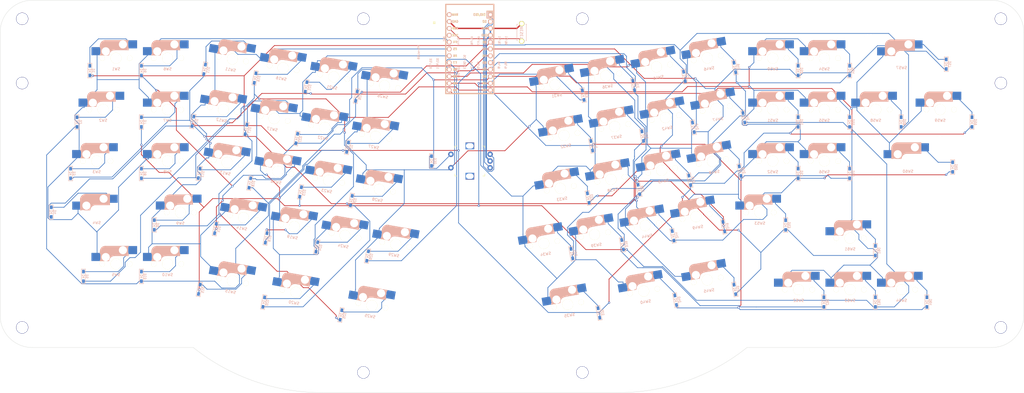
<source format=kicad_pcb>
(kicad_pcb (version 20221018) (generator pcbnew)
  (layers (0 "F.Cu" signal) (31 "B.Cu" signal) (34 "B.Paste" user) (35 "F.Paste" user) (36 "B.SilkS" user "B.Silkscreen") (37 "F.SilkS" user "F.Silkscreen") (38 "B.Mask" user) (39 "F.Mask" user) (44 "Edge.Cuts" user))
  (net 0 "")
  (net 1 "Row0")
  (net 2 "Net-(D1-A)")
  (net 3 "Row1")
  (net 4 "Net-(D2-A)")
  (net 5 "Row2")
  (net 6 "Net-(D3-A)")
  (net 7 "Row3")
  (net 8 "Net-(D4-A)")
  (net 9 "Row4")
  (net 10 "Net-(D5-A)")
  (net 11 "Row5")
  (net 12 "Net-(D6-A)")
  (net 13 "Row6")
  (net 14 "Net-(D7-A)")
  (net 15 "Row7")
  (net 16 "Net-(D8-A)")
  (net 17 "Net-(D9-A)")
  (net 18 "Net-(D10-A)")
  (net 19 "Net-(D11-A)")
  (net 20 "Net-(D12-A)")
  (net 21 "Net-(D13-A)")
  (net 22 "Net-(D14-A)")
  (net 23 "Net-(D15-A)")
  (net 24 "Net-(D16-A)")
  (net 25 "Net-(D17-A)")
  (net 26 "Net-(D18-A)")
  (net 27 "Net-(D19-A)")
  (net 28 "Net-(D20-A)")
  (net 29 "Net-(D21-A)")
  (net 30 "Net-(D22-A)")
  (net 31 "Net-(D23-A)")
  (net 32 "Net-(D24-A)")
  (net 33 "Net-(D25-A)")
  (net 34 "Net-(D26-A)")
  (net 35 "Net-(D27-A)")
  (net 36 "Net-(D28-A)")
  (net 37 "Net-(D29-A)")
  (net 38 "Net-(D30-A)")
  (net 39 "Net-(D31-A)")
  (net 40 "Net-(D32-A)")
  (net 41 "Net-(D33-A)")
  (net 42 "Net-(D34-A)")
  (net 43 "Net-(D35-A)")
  (net 44 "Net-(D36-A)")
  (net 45 "Net-(D37-A)")
  (net 46 "Net-(D38-A)")
  (net 47 "Net-(D39-A)")
  (net 48 "Net-(D40-A)")
  (net 49 "Net-(D41-A)")
  (net 50 "Net-(D42-A)")
  (net 51 "Net-(D43-A)")
  (net 52 "Net-(D44-A)")
  (net 53 "Net-(D45-A)")
  (net 54 "Net-(D46-A)")
  (net 55 "Net-(D47-A)")
  (net 56 "Net-(D48-A)")
  (net 57 "Net-(D49-A)")
  (net 58 "Net-(D50-A)")
  (net 59 "Net-(D51-A)")
  (net 60 "Net-(D52-A)")
  (net 61 "Net-(D53-A)")
  (net 62 "Net-(D54-A)")
  (net 63 "Net-(D55-A)")
  (net 64 "Net-(D56-A)")
  (net 65 "Net-(D57-A)")
  (net 66 "Net-(D58-A)")
  (net 67 "Net-(D59-A)")
  (net 68 "Net-(D60-A)")
  (net 69 "Net-(D61-A)")
  (net 70 "Net-(D62-A)")
  (net 71 "Net-(D63-A)")
  (net 72 "Net-(D64-A)")
  (net 73 "Col0")
  (net 74 "Col1")
  (net 75 "Col2")
  (net 76 "Col3")
  (net 77 "A1")
  (net 78 "GND")
  (net 79 "B1")
  (net 80 "Col4")
  (net 81 "Col5")
  (net 82 "Col6")
  (net 83 "Col7")
  (net 84 "Reset")
  (net 85 "VCC")
  (footprint "kbd_Parts:Diode_SMD" (layer "F.Cu") (at 199.50675 89.41565 100)
    (fp_text reference "D38")
    (fp_text value "D" hide)
  )
  (footprint "kbd_Parts:Diode_SMD" (layer "F.Cu") (at 174.72675 113.16565 100)
    (fp_text reference "D34")
    (fp_text value "D" hide)
  )
  (footprint "kbd_SW:CherryMX_Hotswap_1u" (layer "F.Cu") (at 226.70575 79.05225 10)
    (fp_text reference "SW48")
    (fp_text value "SW_PUSH" hide)
  )
  (footprint "kbd_SW:CherryMX_Hotswap_1u" (layer "F.Cu") (at 64.61965 63.15275 -10)
    (fp_text reference "SW17")
    (fp_text value "SW_PUSH" hide)
  )
  (footprint "kbd_Parts:Diode_SMD" (layer "F.Cu") (at 277.45705 64.44265 90)
    (fp_text reference "D55")
    (fp_text value "D" hide)
  )
  (footprint "kbd_Parts:Diode_SMD" (layer "F.Cu") (at 61.67675 107.34565 80)
    (fp_text reference "D19")
    (fp_text value "D" hide)
  )
  (footprint "kbd_SW:CherryMX_Hotswap_1u" (layer "F.Cu") (at 86.68825 47.70015 -10)
    (fp_text reference "SW21")
    (fp_text value "SW_PUSH" hide)
  )
  (footprint "kbd_SW:CherryMX_Hotswap_1u" (layer "F.Cu") (at 268.08895 40.77495)
    (fp_text reference "SW54")
    (fp_text value "SW_PUSH" hide)
  )
  (footprint "kbd_SW:CherryMX_Hotswap_1u" (layer "F.Cu") (at 209.32735 62.77265 10)
    (fp_text reference "SW42")
    (fp_text value "SW_PUSH" hide)
  )
  (footprint "kbd_SW:CherryMX_Hotswap_1u" (layer "F.Cu") (at 105.44885 51.00815 -10)
    (fp_text reference "SW26")
    (fp_text value "SW_PUSH" hide)
  )
  (footprint "kbd_Parts:Diode_SMD" (layer "F.Cu") (at 253.79675 102.57565 90)
    (fp_text reference "D53")
    (fp_text value "D" hide)
  )
  (footprint "kbd_SW:CherryMX_Hotswap_1u" (layer "F.Cu") (at 6.13895 116.97495)
    (fp_text reference "SW5")
    (fp_text value "SW_PUSH" hide)
  )
  (footprint "kbd_SW:CherryMX_Hotswap_1u" (layer "F.Cu") (at 249.03895 78.87495)
    (fp_text reference "SW52")
    (fp_text value "SW_PUSH" hide)
  )
  (footprint "kbd_SW:CherryMX_Hotswap_2u" (layer "F.Cu") (at 296.66395 40.77495)
    (fp_text reference "SW57")
    (fp_text value "SW_PUSH" hide)
  )
  (footprint "kbd_Hole:m2_Spacer_Hole" (layer "F.Cu") (at -28.575 140.49375)
    (fp_text reference "Ref**")
    (fp_text value "Val**")
  )
  (footprint "kbd_SW:CherryMX_Hotswap_1u" (layer "F.Cu") (at 49.16705 41.08415 -10)
    (fp_text reference "SW11")
    (fp_text value "SW_PUSH" hide)
  )
  (footprint "kbd_Parts:Diode_SMD" (layer "F.Cu") (at 218.31675 86.03565 100)
    (fp_text reference "D43")
    (fp_text value "D" hide)
  )
  (footprint "kbd_Parts:Diode_SMD" (layer "F.Cu") (at 213.11675 130.41565 100)
    (fp_text reference "D40")
    (fp_text value "D" hide)
  )
  (footprint "kbd_SW:CherryMX_Hotswap_1u" (layer "F.Cu") (at 53.31355 99.84695 -10)
    (fp_text reference "SW14")
    (fp_text value "SW_PUSH" hide)
  )
  (footprint "kbd_SW:CherryMX_Hotswap_1u" (layer "F.Cu") (at 25.18895 40.77495)
    (fp_text reference "SW6")
    (fp_text value "SW_PUSH" hide)
  )
  (footprint "kbd_Parts:Diode_SMD" (layer "F.Cu") (at 234.99675 126.42565 100)
    (fp_text reference "D45")
    (fp_text value "D" hide)
  )
  (footprint "kbd_Parts:Diode_SMD" (layer "F.Cu") (at 34.56955 64.17615 80)
    (fp_text reference "D12")
    (fp_text value "D" hide)
  )
  (footprint "kbd_Parts:Diode_SMD" (layer "F.Cu") (at 54.19825 67.19065 80)
    (fp_text reference "D17")
    (fp_text value "D" hide)
  )
  (footprint "kbd_Parts:Diode_SMD" (layer "F.Cu") (at 15.51955 121.59265 90)
    (fp_text reference "D10")
    (fp_text value "D" hide)
  )
  (footprint "kbd_Parts:Diode_SMD" (layer "F.Cu") (at 236.94675 82.61565 100)
    (fp_text reference "D48")
    (fp_text value "D" hide)
  )
  (footprint "kbd_Parts:Diode_SMD" (layer "F.Cu") (at 15.51955 83.49265 90)
    (fp_text reference "D8")
    (fp_text value "D" hide)
  )
  (footprint "kbd_Parts:Diode_SMD" (layer "F.Cu") (at 216.36675 47.56565 100)
    (fp_text reference "D41")
    (fp_text value "D" hide)
  )
  (footprint "kbd_SW:CherryMX_Hotswap_1u" (layer "F.Cu") (at 25.18895 59.82495)
    (fp_text reference "SW7")
    (fp_text value "SW_PUSH" hide)
  )
  (footprint "kbd_SW:CherryMX_Hotswap_1.5u" (layer "F.Cu") (at 1.37645 59.82495)
    (fp_text reference "SW2")
    (fp_text value "SW_PUSH" hide)
  )
  (footprint "kbd_Parts:Diode_SMD" (layer "F.Cu") (at 91.76675 73.74565 80)
    (fp_text reference "D27")
    (fp_text value "D" hide)
  )
  (footprint "kbd_SW:CherryMX_Hotswap_1.5u" (layer "F.Cu") (at 201.31775 127.05255 10)
    (fp_text reference "SW40")
    (fp_text value "SW_PUSH" hide)
  )
  (footprint "kbd_Parts:Diode_SMD" (layer "F.Cu") (at 306.03205 131.11765 90)
    (fp_text reference "D64")
    (fp_text value "D" hide)
  )
  (footprint "kbd_Parts:Diode_SMD" (layer "F.Cu") (at 219.65675 66.41565 100)
    (fp_text reference "D42")
    (fp_text value "D" hide)
  )
  (footprint "kbd_SW:CherryMX_Hotswap_1u" (layer "F.Cu") (at 249.03895 59.82495)
    (fp_text reference "SW51")
    (fp_text value "SW_PUSH" hide)
  )
  (footprint "kbd_SW:CherryMX_Hotswap_1u" (layer "F.Cu") (at 268.08895 78.87495)
    (fp_text reference "SW56")
    (fp_text value "SW_PUSH" hide)
  )
  (footprint "kbd_SW:CherryMX_Hotswap_1u" (layer "F.Cu") (at 171.80615 69.38865 10)
    (fp_text reference "SW32")
    (fp_text value "SW_PUSH" hide)
  )
  (footprint "kbd_Parts:Diode_SMD" (layer "F.Cu") (at 322.70075 64.44265 90)
    (fp_text reference "D59")
    (fp_text value "D" hide)
  )
  (footprint "kbd_Parts:Diode_SMD" (layer "F.Cu") (at 230.92675 103.19565 100)
    (fp_text reference "D49")
    (fp_text value "D" hide)
  )
  (footprint "kbd_Hole:m2_Spacer_Hole" (layer "F.Cu") (at -28.575 26.19375)
    (fp_text reference "Ref**")
    (fp_text value "Val**")
  )
  (footprint "kbd_Parts:Diode_SMD" (layer "F.Cu") (at -3.53045 45.39265 90)
    (fp_text reference "D1")
    (fp_text value "D" hide)
  )
  (footprint "kbd_Parts:Diode_SMD" (layer "F.Cu") (at -5.91175 121.59265 90)
    (fp_text reference "D5")
    (fp_text value "D" hide)
  )
  (footprint "kbd_SW:CherryMX_Hotswap_1u" (layer "F.Cu") (at 287.13895 59.82495)
    (fp_text reference "SW58")
    (fp_text value "SW_PUSH" hide)
  )
  (footprint "kbd_Parts:Diode_SMD" (layer "F.Cu") (at 42.90675 103.87565 80)
    (fp_text reference "D14")
    (fp_text value "D" hide)
  )
  (footprint "kbd_Hole:m2_Spacer_Hole" (layer "F.Cu") (at 178.59375 26.19375)
    (fp_text reference "Ref**")
    (fp_text value "Val**")
  )
  (footprint "kbd_SW:CherryMX_Hotswap_2.25u" (layer "F.Cu") (at -1.00475 97.92495)
    (fp_text reference "SW4")
    (fp_text value "SW_PUSH" hide)
  )
  (footprint "kbd_SW:CherryMX_Hotswap_1u" (layer "F.Cu") (at 249.03895 40.77495)
    (fp_text reference "SW50")
    (fp_text value "SW_PUSH" hide)
  )
  (footprint "kbd_SW:CherryMX_Hotswap_1u" (layer "F.Cu") (at 220.63345 99.46685 10)
    (fp_text reference "SW49")
    (fp_text value "SW_PUSH" hide)
  )
  (footprint "kbd_Parts:Diode_SMD" (layer "F.Cu") (at 193.48675 109.87565 100)
    (fp_text reference "D39")
    (fp_text value "D" hide)
  )
  (footprint "kbd_Parts:Diode_SMD" (layer "F.Cu") (at 238.33675 62.85565 100)
    (fp_text reference "D47")
    (fp_text value "D" hide)
  )
  (footprint "kbd_Parts:Diode_SMD" (layer "F.Cu") (at 197.60495 50.91365 100)
    (fp_text reference "D36")
    (fp_text value "D" hide)
  )
  (footprint "kbd_SW:CherryMX_Hotswap_1.75u" (layer "F.Cu") (at -1.00475 78.87495)
    (fp_text reference "SW3")
    (fp_text value "SW_PUSH" hide)
  )
  (footprint "kbd_Parts:Diode_SMD" (layer "F.Cu") (at 60.76325 131.11765 80)
    (fp_text reference "D20")
    (fp_text value "D" hide)
  )
  (footprint "kbd_SW:CherryMX_Hotswap_1u" (layer "F.Cu") (at 49.17855 123.29765 -10)
    (fp_text reference "SW15")
    (fp_text value "SW_PUSH" hide)
  )
  (footprint "kbd_SW:CherryMX_Hotswap_1u" (layer "F.Cu") (at 25.18895 116.97495)
    (fp_text reference "SW10")
    (fp_text value "SW_PUSH" hide)
  )
  (footprint "kbd_Parts:ResetSW" (layer "F.Cu") (at 156.15775 31.24995 -90)
    (fp_text reference "SW65" hide)
    (fp_text value "SW_PUSH")
  )
  (footprint "kbd_SW:CherryMX_Hotswap_1u" (layer "F.Cu") (at 164.35165 109.39085 10)
    (fp_text reference "SW34")
    (fp_text value "SW_PUSH" hide)
  )
  (footprint "kbd_Parts:Diode_SMD" (layer "F.Cu") (at 178.92675 54.49565 100)
    (fp_text reference "D31")
    (fp_text value "D" hide)
  )
  (footprint "kbd_Parts:Diode_SMD" (layer "F.Cu") (at 74.38675 90.32565 80)
    (fp_text reference "D23")
    (fp_text value "D" hide)
  )
  (footprint "kbd_Parts:Diode_SMD" (layer "F.Cu") (at 15.51955 64.44265 90)
    (fp_text reference "D7")
    (fp_text value "D" hide)
  )
  (footprint "kbd_SW:CherryMX_Hotswap_1u" (layer "F.Cu") (at 47.24125 79.43235 -10)
    (fp_text reference "SW13")
    (fp_text value "SW_PUSH" hide)
  )
  (footprint "kbd_SW:CherryMX_Hotswap_1.5u" (layer "F.Cu") (at 310.95145 59.82495)
    (fp_text reference "SW59")
    (fp_text value "SW_PUSH" hide)
  )
  (footprint "kbd_SW:CherryMX_Hotswap_1u" (layer "F.Cu") (at 277.61395 107.44995)
    (fp_text reference "SW61")
    (fp_text value "SW_PUSH" hide)
  )
  (footprint "kbd_Parts:Diode_SMD" (layer "F.Cu") (at 20.28205 102.54265 90)
    (fp_text reference "D9")
    (fp_text value "D" hide)
  )
  (footprint "kbd_SW:CherryMX_Hotswap_1u" (layer "F.Cu") (at 187.25875 47.32005 10)
    (fp_text reference "SW36")
    (fp_text value "SW_PUSH" hide)
  )
  (footprint "kbd_Parts:RotaryEncoder_EC12E" (layer "F.Cu") (at 136.98895 78.87495 180)
    (fp_text reference "SW30")
    (fp_text value "RotaryEncoder_Switch")
  )
  (footprint "kbd_SW:CherryMX_Hotswap_1u" (layer "F.Cu") (at 224.77995 40.70405 10)
    (fp_text reference "SW46")
    (fp_text value "SW_PUSH" hide)
  )
  (footprint "kbd_SW:CherryMX_Hotswap_1u" (layer "F.Cu") (at 168.49815 50.62805 10)
    (fp_text reference "SW31")
    (fp_text value "SW_PUSH" hide)
  )
  (footprint "kbd_SW:CherryMX_Hotswap_1u" (layer "F.Cu") (at 103.52295 89.35635 -10)
    (fp_text reference "SW28")
    (fp_text value "SW_PUSH" hide)
  )
  (footprint "kbd_SW:CherryMX_Hotswap_1u" (layer "F.Cu") (at 190.56675 66.08065 10)
    (fp_text reference "SW37")
    (fp_text value "SW_PUSH" hide)
  )
  (footprint "kbd_Parts:Diode_SMD" (layer "F.Cu") (at 277.45705 83.49265 90)
    (fp_text reference "D56")
    (fp_text value "D" hide)
  )
  (footprint "kbd_Parts:Diode_SMD" (layer "F.Cu") (at -8.29295 64.44265 90)
    (fp_text reference "D2")
    (fp_text value "D" hide)
  )
  (footprint "kbd_Parts:Diode_SMD" (layer "F.Cu") (at 182.08675 73.21565 100)
    (fp_text reference "D32")
    (fp_text value "D" hide)
  )
  (footprint "kbd_Hole:m2_Spacer_Hole" (layer "F.Cu") (at 97.63125 26.19375)
    (fp_text reference "Ref**")
    (fp_text value "Val**")
  )
  (footprint "kbd_SW:CherryMX_Hotswap_1u" (layer "F.Cu") (at 84.76235 86.04835 -10)
    (fp_text reference "SW23")
    (fp_text value "SW_PUSH" hide)
  )
  (footprint "kbd_Hole:m2_Spacer_Hole" (layer "F.Cu") (at 97.63125 157.1625)
    (fp_text reference "Ref**")
    (fp_text value "Val**")
  )
  (footprint "kbd_SW:CherryMX_Hotswap_1u" (layer "F.Cu") (at 228.08795 59.46465 10)
    (fp_text reference "SW47")
    (fp_text value "SW_PUSH" hide)
  )
  (footprint "kbd_SW:CherryMX_Hotswap_1.5u" (layer "F.Cu") (at 173.17685 132.01455 10)
    (fp_text reference "SW35")
    (fp_text value "SW_PUSH" hide)
  )
  (footprint "kbd_Parts:Diode_SMD" (layer "F.Cu") (at -17.81795 97.78015 90)
    (fp_text reference "D4")
    (fp_text value "D" hide)
  )
  (footprint "kbd_SW:CherryMX_Hotswap_1u" (layer "F.Cu") (at 102.14085 69.76875 -10)
    (fp_text reference "SW27")
    (fp_text value "SW_PUSH" hide)
  )
  (footprint "kbd_SW:CherryMX_Hotswap_1u" (layer "F.Cu") (at 268.08895 59.82495)
    (fp_text reference "SW55")
    (fp_text value "SW_PUSH" hide)
  )
  (footprint "kbd_SW:CherryMX_Hotswap_1u" (layer "F.Cu") (at 277.61395 126.49995)
    (fp_text reference "SW63")
    (fp_text value "SW_PUSH" hide)
  )
  (footprint "kbd_Parts:Diode_SMD" (layer "F.Cu") (at 36.89675 83.44565 80)
    (fp_text reference "D13")
    (fp_text value "D" hide)
  )
  (footprint "kbd_SW:CherryMX_Hotswap_1.5u" (layer "F.Cu") (at 100.77015 132.39465 -10)
    (fp_text reference "SW25")
    (fp_text value "SW_PUSH" hide)
  )
  (footprint "kbd_SW:CherryMX_Hotswap_1u" (layer "F.Cu") (at 25.18895 78.87495)
    (fp_text reference "SW8")
    (fp_text value "SW_PUSH" hide)
  )
  (footprint "kbd_Parts:Diode_SMD" (layer "F.Cu") (at 313.17575 43.01145 90)
    (fp_text reference "D57")
    (fp_text value "D" hide)
  )
  (footprint "kbd_Parts:Diode_SMD" (layer "F.Cu") (at 80.39675 110.69565 80)
    (fp_text reference "D24")
    (fp_text value "D" hide)
  )
  (footprint "kbd_Parts:Diode_SMD" (layer "F.Cu") (at 234.99675 44.22565 100)
    (fp_text reference "D46")
    (fp_text value "D" hide)
  )
  (footprint "kbd_Parts:Diode_SMD" (layer "F.Cu") (at -10.67425 83.49265 90)
    (fp_text reference "D3")
    (fp_text value "D" hide)
  )
  (footprint "kbd_SW:CherryMX_Hotswap_1u" (layer "F.Cu") (at 45.85905 59.84475 -10)
    (fp_text reference "SW12")
    (fp_text value "SW_PUSH" hide)
  )
  (footprint "kbd_SW:CherryMX_Hotswap_1u" (layer "F.Cu") (at 90.83465 106.46285 -10)
    (fp_text reference "SW24")
    (fp_text value "SW_PUSH" hide)
  )
  (footprint "kbd_Parts:Diode_SMD" (layer "F.Cu") (at 93.16675 93.50565 80)
    (fp_text reference "D28")
    (fp_text value "D" hide)
  )
  (footprint "kbd_SW:CherryMX_Hotswap_1u" (layer "F.Cu") (at 207.94515 82.36025 10)
    (fp_text reference "SW43")
    (fp_text value "SW_PUSH" hide)
  )
  (footprint "kbd_Parts:Diode_SMD" (layer "F.Cu") (at 89.33825 135.88015 80)
    (fp_text reference "D25")
    (fp_text value "D" hide)
  )
  (footprint "kbd_SW:CherryMX_Hotswap_1.5u" (layer "F.Cu") (at 72.62925 127.43265 -10)
    (fp_text reference "SW20")
    (fp_text value "SW_PUSH" hide)
  )
  (footprint "kbd_SW:CherryMX_Hotswap_1u" (layer "F.Cu") (at 189.18455 85.66825 10)
    (fp_text reference "SW38")
    (fp_text value "SW_PUSH" hide)
  )
  (footprint "kbd_Parts:Diode_SMD" (layer "F.Cu") (at 286.98205 112.06765 90)
    (fp_text reference "D61")
    (fp_text value "D" hide)
  )
  (footprint "kbd_Parts:Diode_SMD" (layer "F.Cu") (at 267.93205 131.11765 90)
    (fp_text reference "D62")
    (fp_text value "D" hide)
  )
  (footprint "kbd_Parts:Diode_SMD" (layer "F.Cu") (at 15.51955 45.39265 90)
    (fp_text reference "D6")
    (fp_text value "D" hide)
  )
  (footprint "kbd_Parts:Diode_SMD" (layer "F.Cu") (at 95.05675 54.85565 80)
    (fp_text reference "D26")
    (fp_text value "D" hide)
  )
  (footprint "kbd_Hole:m2_Spacer_Hole" (layer "F.Cu") (at 333.375 26.19375)
    (fp_text reference "Ref**")
    (fp_text value "Val**")
  )
  (footprint "kbd_Parts:Diode_SMD" (layer "F.Cu") (at 258.40705 83.49265 90)
    (fp_text reference "D52")
    (fp_text value "D" hide)
  )
  (footprint "kbd_SW:CherryMX_Hotswap_1u" (layer "F.Cu") (at 201.87285 102.77485 10)
    (fp_text reference "SW44")
    (fp_text value "SW_PUSH" hide)
  )
  (footprint "kbd_SW:CherryMX_Hotswap_1u" (layer "F.Cu") (at 183.11225 106.08285 10)
    (fp_text reference "SW39")
    (fp_text value "SW_PUSH" hide)
  )
  (footprint "kbd_Parts:Diode_SMD" (layer "F.Cu") (at 180.78675 92.58565 100)
    (fp_text reference "D33")
    (fp_text value "D" hide)
  )
  (footprint "kbd_SW:CherryMX_Hotswap_1u" (layer "F.Cu") (at 206.01935 44.01205 10)
    (fp_text reference "SW41")
    (fp_text value "SW_PUSH" hide)
  )
  (footprint "kbd_Hole:m2_Spacer_Hole" (layer "F.Cu") (at 333.375 50.00625)
    (fp_text reference "Ref**")
    (fp_text value "Val**")
  )
  (footprint "kbd_Parts:Diode_SMD" (layer "F.Cu") (at 57.57675 48.13565 80)
    (fp_text reference "D16")
    (fp_text value "D" hide)
  )
  (footprint "kbd_Parts:Diode_SMD" (layer "F.Cu") (at 72.97675 70.53565 80)
    (fp_text reference "D22")
    (fp_text value "D" hide)
  )
  (footprint "kbd_SW:CherryMX_Hotswap_1u" (layer "F.Cu") (at 66.00185 82.74035 -10)
    (fp_text reference "SW18")
    (fp_text value "SW_PUSH" hide)
  )
  (footprint "kbd_Parts:Diode_SMD" (layer "F.Cu") (at 258.40705 64.44265 90)
    (fp_text reference "D51")
    (fp_text value "D" hide)
  )
  (footprint "kbd_Hole:m2_Spacer_Hole" (layer "F.Cu") (at 178.59375 157.1625)
    (fp_text reference "Ref**")
    (fp_text value "Val**")
  )
  (footprint "kbd_SW:CherryMX_Hotswap_1u" (layer "F.Cu") (at 258.56395 126.49995)
    (fp_text reference "SW62")
    (fp_text value "SW_PUSH" hide)
  )
  (footprint "kbd_Parts:Diode_SMD" (layer "F.Cu") (at 122.82025 78.87495 90)
    (fp_text reference "D30")
    (fp_text value "D" hide)
  )
  (footprint "kbd_SW:CherryMX_Hotswap_1u" (layer "F.Cu") (at 29.95145 97.92495)
    (fp_text reference "SW9")
    (fp_text value "SW_PUSH" hide)
  )
  (footprint "kbd_Parts:Diode_SMD" (layer "F.Cu") (at 277.45705 45.39265 90)
    (fp_text reference "D54")
    (fp_text value "D" hide)
  )
  (footprint "kbd_Parts:Diode_SMD" (layer "F.Cu") (at 212.15825 106.57565 100)
    (fp_text reference "D44")
    (fp_text value "D" hide)
  )
  (footprint "kbd_SW:CherryMX_Hotswap_1u" (layer "F.Cu") (at 244.27645 97.92495)
    (fp_text reference "SW53")
    (fp_text value "SW_PUSH" hide)
  )
  (footprint "kbd_Parts:Diode_SMD" (layer "F.Cu") (at 38.89675 44.92565 80)
    (fp_text reference "D11")
    (fp_text value "D" hide)
  )
  (footprint "kbd_Parts:Diode_SMD" (layer "F.Cu") (at 258.40705 45.39265 90)
    (fp_text reference "D50")
    (fp_text value "D" hide)
  )
  (footprint "kbd_SW:CherryMX_Hotswap_1u" (layer "F.Cu") (at 72.07415 103.15495 -10)
    (fp_text reference "SW19")
    (fp_text value "SW_PUSH" hide)
  )
  (footprint "kbd_SW:CherryMX_Hotswap_1u" (layer "F.Cu") (at 83.38025 66.46075 -10)
    (fp_text reference "SW22")
    (fp_text value "SW_PUSH" hide)
  )
  (footprint "kbd_Parts:Diode_SMD" (layer "F.Cu") (at 286.98205 131.11765 90)
    (fp_text reference "D63")
    (fp_text value "D" hide)
  )
  (footprint "kbd_SW:CherryMX_Hotswap_1u" (layer "F.Cu") (at 67.92765 44.39215 -10)
    (fp_text reference "SW16")
    (fp_text value "SW_PUSH" hide)
  )
  (footprint "kbd_Parts:Diode_SMD" (layer "F.Cu") (at 315.55705 81.11145 90)
    (fp_text reference "D60")
    (fp_text value "D" hide)
  )
  (footprint "kbd_Parts:Diode_SMD" (layer "F.Cu") (at 55.61675 87.00565 80)
    (fp_text reference "D18")
    (fp_text value "D" hide)
  )
  (footprint "kbd_Parts:Diode_SMD" (layer "F.Cu") (at 99.17675 114.04565 80)
    (fp_text reference "D29")
    (fp_text value "D" hide)
  )
  (footprint "kbd_SW:CherryMX_Hotswap_1u" (layer "F.Cu") (at 296.66395 126.49995)
    (fp_text reference "SW64")
    (fp_text value "SW_PUSH" hide)
  )
  (footprint "kbd_SW:CherryMX_Hotswap_1u" (layer "F.Cu") (at 170.42395 88.97625 10)
    (fp_text reference "SW33")
    (fp_text value "SW_PUSH" hide)
  )
  (footprint "kbd_SW:CherryMX_Hotswap_1u" (layer "F.Cu") (at 109.59525 109.77085 -10)
    (fp_text reference "SW29")
    (fp_text value "SW_PUSH" hide)
  )
  (footprint "kbd_Hole:m2_Spacer_Hole" (layer "F.Cu") (at -28.575 50.00625)
    (fp_text reference "Ref**")
    (fp_text value "Val**")
  )
  (footprint "kbd_Parts:Diode_SMD" (layer "F.Cu") (at 200.93675 69.66565 100)
    (fp_text reference "D37")
    (fp_text value "D" hide)
  )
  (footprint "kbd_SW:CherryMX_Hotswap_2.25u" (layer "F.Cu") (at 299.04525 78.87495)
    (fp_text reference "SW60")
    (fp_text value "SW_PUSH" hide)
  )
  (footprint "kbd_SW:CherryMX_Hotswap_1u" (layer "F.Cu") (at 224.76845 122.91755 10)
    (fp_text reference "SW45")
    (fp_text value "SW_PUSH" hide)
  )
  (footprint "kbd_SW:CherryMX_Hotswap_1u" (layer "F.Cu") (at 6.13895 40.77495)
    (fp_text reference "SW1")
    (fp_text value "SW_PUSH" hide)
  )
  (footprint "kbd_Parts:Diode_SMD" (layer "F.Cu") (at 36.95075 126.35515 80)
    (fp_text reference "D15")
    (fp_text value "D" hide)
  )
  (footprint "kbd_Hole:m2_Spacer_Hole" (layer "F.Cu") (at 333.375 140.49375)
    (fp_text reference "Ref**")
    (fp_text value "Val**")
  )
  (footprint "kbd_Parts:Diode_SMD" (layer "F.Cu") (at 76.42675 51.42565 80)
    (fp_text reference "D21")
    (fp_text value "D" hide)
  )
  (footprint "kbd_Parts:Diode_SMD" (layer "F.Cu") (at 296.50705 64.44265 90)
    (fp_text reference "D58")
    (fp_text value "D" hide)
  )
  (footprint "kbd_Parts:Diode_SMD" (layer "F.Cu") (at 184.72825 135.14395 100)
    (fp_text reference "D35")
    (fp_text value "D" hide)
  )
  (footprint "Keebio-Parts.pretty-master:ArduinoProMicro" (layer "B.Cu") (at 136.98075 38.64765 -90)
    (fp_text reference "U1" hide)
    (fp_text value "ProMicro" hide)
  )
  (gr_line (start -36.72355 31.24995) (end -36.72355 136.02495) (stroke (width 0.1)) (layer "Edge.Cuts"))
  (gr_line (start 329.98895 147.9312) (end 239.501449 147.9312) (stroke (width 0.1)) (layer "Edge.Cuts"))
  (gr_arc (start -24.8173 147.9312) (mid -33.23629 144.44394) (end -36.72355 136.02495) (stroke (width 0.1)) (layer "Edge.Cuts"))
  (gr_arc (start 341.8952 136.02495) (mid 338.40794 144.44394) (end 329.98895 147.9312) (stroke (width 0.1)) (layer "Edge.Cuts"))
  (gr_arc (start 239.501449 147.9312) (mid 217.111491 160.339529) (end 191.87645 164.637147) (stroke (width 0.1)) (layer "Edge.Cuts"))
  (gr_line (start 191.87645 164.637147) (end 82.33895 164.637147) (stroke (width 0.1)) (layer "Edge.Cuts"))
  (gr_arc (start 329.98895 19.3437) (mid 338.40794 22.83096) (end 341.8952 31.24995) (stroke (width 0.1)) (layer "Edge.Cuts"))
  (gr_line (start 329.98895 19.3437) (end -24.8173 19.3437) (stroke (width 0.1)) (layer "Edge.Cuts"))
  (gr_arc (start -36.72355 31.24995) (mid -33.23629 22.83096) (end -24.8173 19.3437) (stroke (width 0.1)) (layer "Edge.Cuts"))
  (gr_arc (start 82.33895 164.637147) (mid 57.103909 160.339528) (end 34.713951 147.9312) (stroke (width 0.1)) (layer "Edge.Cuts"))
  (gr_line (start 34.713951 147.9312) (end -24.8173 147.9312) (stroke (width 0.1)) (layer "Edge.Cuts"))
  (gr_line (start 341.8952 136.02495) (end 341.8952 31.24995) (stroke (width 0.1)) (layer "Edge.Cuts"))
  (segment (start 75.40535 125.75735) (end 77.30825 125.75735) (width 0.25) (layer "F.Cu") (net 1))
  (segment (start 53.53925 47.29275) (end 53.53925 59.32095) (width 0.25) (layer "F.Cu") (net 1))
  (segment (start 64.72435 36.10765) (end 53.53925 47.29275) (width 0.25) (layer "F.Cu") (net 1))
  (segment (start 87.58855 136.03765) (end 87.58855 136.90095) (width 0.25) (layer "F.Cu") (net 1))
  (segment (start 207.39085 78.14895) (end 207.39085 73.81995) (width 0.25) (layer "F.Cu") (net 1))
  (segment (start 222.44305 91.19445) (end 220.34875 91.19445) (width 0.25) (layer "F.Cu") (net 1))
  (segment (start 203.17735 78.14895) (end 189.55275 91.77355) (width 0.25) (layer "F.Cu") (net 1))
  (segment (start 210.89405 81.73975) (end 210.89405 81.65215) (width 0.25) (layer "F.Cu") (net 1))
  (segment (start 230.77245 99.52385) (end 222.44305 91.19445) (width 0.25) (layer "F.Cu") (net 1))
  (segment (start 65.72875 119.72755) (end 69.37555 119.72755) (width 0.25) (layer "F.Cu") (net 1))
  (segment (start 44.52725 98.52605) (end 65.72875 119.72755) (width 0.25) (layer "F.Cu") (net 1))
  (segment (start 144.60075 34.83765) (end 143.33075 36.10765) (width 0.25) (layer "F.Cu") (net 1))
  (segment (start 220.34875 91.19445) (end 210.89405 81.73975) (width 0.25) (layer "F.Cu") (net 1))
  (segment (start 189.55275 91.77355) (end 184.27235 91.77355) (width 0.25) (layer "F.Cu") (net 1))
  (segment (start 77.30825 125.75735) (end 87.58855 136.03765) (width 0.25) (layer "F.Cu") (net 1))
  (segment (start 207.39085 78.14895) (end 203.17735 78.14895) (width 0.25) (layer "F.Cu") (net 1))
  (segment (start 69.37555 119.72755) (end 75.40535 125.75735) (width 0.25) (layer "F.Cu") (net 1))
  (segment (start 53.53925 47.29275) (end -2.43955 47.29275) (width 0.25) (layer "F.Cu") (net 1))
  (segment (start 210.89405 81.65215) (end 207.39085 78.14895) (width 0.25) (layer "F.Cu") (net 1))
  (segment (start 230.77245 102.80275) (end 230.77245 99.52385) (width 0.25) (layer "F.Cu") (net 1))
  (segment (start 143.33075 36.10765) (end 64.72435 36.10765) (width 0.25) (layer "F.Cu") (net 1))
  (segment (start 207.39085 73.81995) (end 207.80265 73.40815) (width 0.25) (layer "F.Cu") (net 1))
  (via (at 230.77245 102.80275) (size 0.8) (drill 0.4) (layers "F.Cu" "B.Cu") (net 1))
  (via (at 53.53925 59.32095) (size 0.8) (drill 0.4) (layers "F.Cu" "B.Cu") (net 1))
  (via (at 44.52725 98.52605) (size 0.8) (drill 0.4) (layers "F.Cu" "B.Cu") (net 1))
  (via (at 184.27235 91.77355) (size 0.8) (drill 0.4) (layers "F.Cu" "B.Cu") (net 1))
  (via (at -2.43955 47.29275) (size 0.8) (drill 0.4) (layers "F.Cu" "B.Cu") (net 1))
  (via (at 87.58855 136.90095) (size 0.8) (drill 0.4) (layers "F.Cu" "B.Cu") (net 1))
  (via (at 207.80265 73.40815) (size 0.8) (drill 0.4) (layers "F.Cu" "B.Cu") (net 1))
  (segment (start 216.014316 49.313684) (end 216.674976 49.313684) (width 0.25) (layer "B.Cu") (net 1))
  (segment (start -2.43955 47.29275) (end -2.60345 47.29275) (width 0.25) (layer "B.Cu") (net 1))
  (segment (start 54.08415 67.83735) (end 53.53925 67.29245) (width 0.25) (layer "B.Cu") (net 1))
  (segment (start 231.04085 103.46405) (end 230.77245 103.19565) (width 0.25) (layer "B.Cu") (net 1))
  (segment (start 217.02875 47.66445) (end 216.48085 48.21235) (width 0.25) (layer "B.Cu") (net 1))
  (segment (start -2.60345 47.29275) (end -2.72855 47.16765) (width 0.25) (layer "B.Cu") (net 1))
  (segment (start 88.07065 137.38305) (end 88.07065 137.45905) (width 0.25) (layer "B.Cu") (net 1))
  (segment (start 230.77245 103.19565) (end 230.77245 102.80275) (width 0.25) (layer "B.Cu") (net 1))
  (segment (start 212.68445 35.75085) (end 214.77745 37.84385) (width 0.25) (layer "B.Cu") (net 1))
  (segment (start 44.19005 98.52605) (end 44.19005 91.02645) (width 0.25) (layer "B.Cu") (net 1))
  (segment (start 44.19005 91.02645) (end 56.41955 78.79695) (width 0.25) (layer "B.Cu") (net 1))
  (segment (start 214.77745 40.97075) (end 217.02875 43.22205) (width 0.25) (layer "B.Cu") (net 1))
  (segment (start 217.02875 43.22205) (end 217.02875 47.66445) (width 0.25) (layer "B.Cu") (net 1))
  (segment (start 39.83235 102.88375) (end 44.19005 98.52605) (width 0.25) (layer "B.Cu") (net 1))
  (segment (start 220.99425 31.62705) (end 214.77745 37.84385) (width 0.25) (layer "B.Cu") (net 1))
  (segment (start 216.67495 49.31365) (end 216.48085 48.21235) (width 0.25) (layer "B.Cu") (net 1))
  (segment (start 54.84935 69.89795) (end 54.84935 69.10775) (width 0.25) (layer "B.Cu") (net 1))
  (segment (start 53.89005 68.93865) (end 54.08415 67.83735) (width 0.25) (layer "B.Cu") (net 1))
  (segment (start 145.66085 35.89775) (end 157.39815 35.89775) (width 0.25) (layer "B.Cu") (net 1))
  (segment (start 231.23495 104.94365) (end 231.04085 103.84235) (width 0.25) (layer "B.Cu") (net 1))
  (segment (start 53.89005 68.93865) (end 54.84935 69.10775) (width 0.25) (layer "B.Cu") (net 1))
  (segment (start 211.93465 61.30635) (end 211.93465 69.27615) (width 0.25) (layer "B.Cu") (net 1))
  (segment (start 211.93465 69.27615) (end 207.80265 73.40815) (width 0.25) (layer "B.Cu") (net 1))
  (segment (start 208.84655 56.48145) (end 216.014316 49.313684) (width 0.25) (layer "B.Cu") (net 1))
  (segment (start 56.41955 78.79695) (end 56.41955 71.46815) (width 0.25) (layer "B.Cu") (net 1))
  (segment (start 312.37385 44.78645) (end 305.78545 38.19805) (width 0.25) (layer "B.Cu") (net 1))
  (segment (start 231.04085 103.84235) (end 231.04085 103.46405) (width 0.25) (layer "B.Cu") (net 1))
  (segment (start 87.58855 136.90095) (end 88.07065 137.38305) (width 0.25) (layer "B.Cu") (net 1))
  (segment (start 208.84655 56.48145) (end 208.84655 58.21825) (width 0.25) (layer "B.Cu") (net 1))
  (segment (start 56.41955 71.46815) (end 54.84935 69.89795) (width 0.25) (layer "B.Cu") (net 1))
  (segment (start 21.08395 104.31765) (end 22.51775 102.88385) (width 0.25) (layer "B.Cu") (net 1))
  (segment (start -3.53045 47.16765) (end -2.72855 47.16765) (width 0.25) (layer "B.Cu") (net 1))
  (segment (start 208.84655 58.21825) (end 211.93465 61.30635) (width 0.25) (layer "B.Cu") (net 1))
  (segment (start 53.53925 67.29245) (end 53.53925 59.32095) (width 0.25) (layer "B.Cu") (net 1))
  (segment (start 181.094976 94.333684) (end 183.65511 91.77355) (width 0.25) (layer "B.Cu") (net 1))
  (segment (start 305.78545 38.19805) (end 298.48205 38.19805) (width 0.25) (layer "B.Cu") (net 1))
  (segment (start 313.17575 44.78645) (end 312.37385 44.78645) (width 0.25) (layer "B.Cu") (net 1))
  (segment (start 20.28205 104.31765) (end 21.08395 104.31765) (width 0.25) (layer "B.Cu") (net 1))
  (segment (start 291.91105 31.62705) (end 220.99425 31.62705) (width 0.25) (layer "B.Cu") (net 1))
  (segment (start 214.77745 37.84385) (end 214.77745 40.97075) (width 0.25) (layer "B.Cu") (net 1))
  (segment (start 89.03005 137.62815) (end 88.07065 137.45905) (width 0.25) (layer "B.Cu") (net 1))
  (segment (start 44.19005 98.52605) (end 44.52725 98.52605) (width 0.25) (layer "B.Cu") (net 1))
  (segment (start 157.54505 35.75085) (end 212.68445 35.75085) (width 0.25) (layer "B.Cu") (net 1))
  (segment (start 22.51775 102.88375) (end 39.83235 102.88375) (width 0.25) (layer "B.Cu") (net 1))
  (segment (start 22.51775 102.88385) (end 22.51775 102.88375) (width 0.25) (layer "B.Cu") (net 1))
  (segment (start 144.60075 34.83765) (end 145.66085 35.89775) (width 0.25) (layer "B.Cu") (net 1))
  (segment (start 183.65511 91.77355) (end 184.27235 91.77355) (width 0.25) (layer "B.Cu") (net 1))
  (segment (start 298.48205 38.19805) (end 291.91105 31.62705) (width 0.25) (layer "B.Cu") (net 1))
  (segment (start 157.39815 35.89775) (end 157.54505 35.75085) (width 0.25) (layer "B.Cu") (net 1))
  (segment (start 9.80175 33.61775) (end -0.37265 33.61775) (width 0.25) (layer "B.Cu") (net 2))
  (segment (start -3.53045 36.77555) (end -3.53045 43.61765) (width 0.25) (layer "B.Cu") (net 2))
  (segment (start 11.83895 35.65495) (end 9.80175 33.61775) (width 0.25) (layer "B.Cu") (net 2))
  (segment (start -0.37265 33.61775) (end -3.53045 36.77555) (width 0.25) (layer "B.Cu") (net 2))
  (segment (start 135.63595 43.67255) (end 120.97405 43.67255) (width 0.25) (layer "F.Cu") (net 3))
  (segment (start 111.26345 53.38315) (end 97.12835 53.38315) (width 0.25) (layer "F.Cu") (net 3))
  (segment (start 201.45635 48.27105) (end 190.56295 37.37765) (width 0.25) (layer "F.Cu") (net 3))
  (segment (start 190.56295 37.37765) (end 144.60075 37.37765) (width 0.25) (layer "F.Cu") (net 3))
  (segment (start 144.60075 37.37765) (end 141.93085 37.37765) (width 0.25) (layer "F.Cu") (net 3))
  (segment (start 120.97405 43.67255) (end 111.26345 53.38315) (width 0.25) (layer "F.Cu") (net 3))
  (segment (start 141.93085 37.37765) (end 135.63595 43.67255) (width 0.25) (layer "F.Cu") (net 3))
  (segment (start 97.12835 53.38315) (end 97.06505 53.31985) (width 0.25) (layer "F.Cu") (net 3))
  (segment (start 220.37665 48.27105) (end 201.45635 48.27105) (width 0.25) (layer "F.Cu") (net 3))
  (via (at 97.06505 53.31985) (size 0.8) (drill 0.4) (layers "F.Cu" "B.Cu") (net 3))
  (via (at 220.37665 48.27105) (size 0.8) (drill 0.4) (layers "F.Cu" "B.Cu") (net 3))
  (segment (start 299.24495 64.28165) (end 297.30895 66.21765) (width 0.25) (layer "B.Cu") (net 3))
  (segment (start 225.14425 67.99455) (end 220.92435 67.99455) (width 0.25) (layer "B.Cu") (net 3))
  (segment (start 75.15835 81.825754) (end 75.15835 80.66385) (width 0.25) (layer "B.Cu") (net 3))
  (segment (start 75.15835 80.66385) (end 86.90245 68.91975) (width 0.25) (layer "B.Cu") (net 3))
  (segment (start 295.79895 36.15415) (end 299.24495 39.60015) (width 0.25) (layer "B.Cu") (net 3))
  (segment (start 94.748524 62.352676) (end 94.748524 56.603684) (width 0.25) (layer "B.Cu") (net 3))
  (segment (start 62.49205 94.54195) (end 62.49205 99.13165) (width 0.25) (layer "B.Cu") (net 3))
  (segment (start 219.96495 68.16365) (end 220.92435 67.99455) (width 0.25) (layer "B.Cu") (net 3))
  (segment (start 62.49205 94.492054) (end 75.15835 81.825754) (width 0.25) (layer "B.Cu") (net 3))
  (segment (start 219.03405 85.78905) (end 221.59165 83.23145) (width 0.25) (layer "B.Cu") (net 3))
  (segment (start 50.40845 111.21525) (end 50.40845 119.79475) (width 0.25) (layer "B.Cu") (net 3))
  (segment (start 234.74075 44.91635) (end 227.62265 52.03445) (width 0.25) (layer "B.Cu") (net 3))
  (segment (start 62.49205 99.13165) (end 50.40845 111.21525) (width 0.25) (layer "B.Cu") (net 3))
  (segment (start 229.30245 77.99815) (end 227.77965 76.47535) (width 0.25) (layer "B.Cu") (net 3))
  (segment (start 173.09055 103.48995) (end 178.69695 97.88355) (width 0.25) (layer "B.Cu") (net 3))
  (segment (start 189.84325 89.04425) (end 200.57745 89.04425) (width 0.25) (layer "B.Cu") (net 3))
  (segment (start 258.40705 47.16765) (end 259.20895 47.16765) (width 0.25) (layer "B.Cu") (net 3))
  (segment (start 175.32765 113.32555) (end 175.32765 108.49465) (width 0.25) (layer "B.Cu") (net 3))
  (segment (start 230.67375 58.39345) (end 230.67375 62.46505) (width 0.25) (layer "B.Cu") (net 3))
  (segment (start 260.18585 46.19075) (end 277.69585 46.19075) (width 0.25) (layer "B.Cu") (net 3))
  (segment (start -19.52425 76.64705) (end -19.52425 111.35585) (width 0.25) (layer "B.Cu") (net 3))
  (segment (start 62.49205 94.54195) (end 56.703784 88.753684) (width 0.25) (layer "B.Cu") (net 3))
  (segment (start -6.53555 124.34455) (end 13.74075 124.34455) (width 0.25) (layer "B.Cu") (net 3))
  (segment (start 50.25025 125.87765) (end 45.80485 125.87765) (width 0.25) (layer "B.Cu") (net 3))
  (segment (start 299.24495 39.60015) (end 299.24495 64.28165) (width 0.25) (layer "B.Cu") (net 3))
  (segment (start 89.03625 68.91975) (end 90.16055 67.79545) (width 0.25) (layer "B.Cu") (net 3))
  (segment (start 227.77965 76.47535) (end 227.61225 76.47535) (width 0.25) (layer "B.Cu") (net 3))
  (segment (start 255.35385 44.91635) (end 234.74075 44.91635) (width 0.25) (layer "B.Cu") (net 3))
  (segment (start 45.17635 125.88605) (end 45.79645 125.88605) (width 0.25) (layer "B.Cu") (net 3))
  (segment (start 227.61225 76.47535) (end 225.14425 74.00735) (width 0.25) (layer "B.Cu") (net 3))
  (segment (start 200.57745 89.04425) (end 203.83265 85.78905) (width 0.25) (layer "B.Cu") (net 3))
  (segment (start 181.00395 97.88355) (end 189.84325 89.04425) (width 0.25) (layer "B.Cu") (net 3))
  (segment (start 224.14005 52.03445) (end 227.62265 52.03445) (width 0.25) (layer "B.Cu") (net 3))
  (segment (start 230.67375 62.46505) (end 225.14425 67.99455) (width 0.25) (layer "B.Cu") (net 3))
  (segment (start -8.29295 66.21765) (end -9.09485 66.21765) (width 0.25) (layer "B.Cu") (net 3))
  (segment (start 225.14425 74.00735) (end 225.14425 67.99455) (width 0.25) (layer "B.Cu") (net 3))
  (segment (start 42.65795 123.36765) (end 45.17635 125.88605) (width 0.25) (layer "B.Cu") (net 3))
  (segment (start 86.90245 68.91975) (end 89.03625 68.91975) (width 0.25) (layer "B.Cu") (net 3))
  (segment (start 221.59165 83.23145) (end 226.21005 83.23145) (width 0.25) (layer "B.Cu") (net 3))
  (segment (start -19.52425 111.35585) (end -6.53555 124.34455) (width 0.25) (layer "B.Cu") (net 3))
  (segment (start 226.21005 83.23145) (end 229.30245 80.13905) (width 0.25) (layer "B.Cu") (net 3))
  (segment (start 45.79645 125.88605) (end 45.80485 125.87765) (width 0.25) (layer "B.Cu") (net 3))
  (segment (start 62.49205 94.54195) (end 62.49205 94.492054) (width 0.25) (layer "B.Cu") (net 3))
  (segment (start 175.03495 114.91365) (end 174.84085 113.81235) (width 0.25) (layer "B.Cu") (net 3))
  (segment (start 229.30245 80.13905) (end 229.30245 77.99815) (width 0.25) (layer "B.Cu") (net 3))
  (segment (start 56.703784 88.753684) (end 55.308524 88.753684) (width 0.25) (layer "B.Cu") (net 3))
  (segment (start 94.748524 55.636376) (end 97.06505 53.31985) (width 0.25) (layer "B.Cu") (net 3))
  (segment (start 173.09055 106.25535) (end 173.09055 103.48995) (width 0.25) (layer "B.Cu") (net 3))
  (segment (start 51.78825 121.17455) (end 51.78825 124.33965) (width 0.25) (layer "B.Cu") (net 3))
  (segment (start 287.73245 36.15415) (end 295.79895 36.15415) (width 0.25) (layer "B.Cu") (net 3))
  (segment (start 174.87045 108.03525) (end 173.09055 106.25535) (width 0.25) (layer "B.Cu") (net 3))
  (segment (start 277.69585 46.19075) (end 287.73245 36.15415) (width 0.25) (layer "B.Cu") (net 3))
  (segment (start -9.09485 66.21765) (end -19.52425 76.64705) (width 0.25) (layer "B.Cu") (net 3))
  (segment (start 13.74075 124.34455) (end 14.71765 123.36765) (width 0.25) (layer "B.Cu") (net 3))
  (segment (start 174.84085 113.81235) (end 175.32765 113.32555) (width 0.25) (layer "B.Cu") (net 3))
  (segment (start 220.37665 48.27105) (end 224.14005 52.03445) (width 0.25) (layer "B.Cu") (net 3))
  (segment (start 178.69695 97.88355) (end 181.00395 97.88355) (width 0.25) (layer "B.Cu") (net 3))
  (segment (start 203.83265 85.78905) (end 219.03405 85.78905) (width 0.25) (layer "B.Cu") (net 3))
  (segment (start 90.16055 67.79545) (end 90.16055 66.94065) (width 0.25) (layer "B.Cu") (net 3))
  (segment (start 296.50705 66.21765) (end 297.30895 66.21765) (width 0.25) (layer "B.Cu") (net 3))
  (segment (start 51.78825 124.33965) (end 50.25025 125.87765) (width 0.25) (layer "B.Cu") (net 3))
  (segment (start 258.40705 47.16765) (end 257.60515 47.16765) (width 0.25) (layer "B.Cu") (net 3))
  (segment (start 50.40845 119.79475) (end 51.78825 121.17455) (width 0.25) (layer "B.Cu") (net 3))
  (segment (start 259.20895 47.16765) (end 260.18585 46.19075) (width 0.25) (layer "B.Cu") (net 3))
  (segment (start 90.16055 66.94065) (end 94.748524 62.352676) (width 0.25) (layer "B.Cu") (net 3))
  (segment (start 227.62265 52.03445) (end 227.62265 55.34235) (width 0.25) (layer "B.Cu") (net 3))
  (segment (start 42.65795 123.36765) (end 15.51955 123.36765) (width 0.25) (layer "B.Cu") (net 3))
  (segment (start 257.60515 47.16765) (end 255.35385 44.91635) (width 0.25) (layer "B.Cu") (net 3))
  (segment (start 227.62265 55.34235) (end 230.67375 58.39345) (width 0.25) (layer "B.Cu") (net 3))
  (segment (start 175.32765 108.49465) (end 174.87045 108.03745) (width 0.25) (layer "B.Cu") (net 3))
  (segment (start 94.748524 56.603684) (end 94.748524 55.636376) (width 0.25) (layer "B.Cu") (net 3))
  (segment (start 174.87045 108.03745) (end 174.87045 108.03525) (width 0.25) (layer "B.Cu") (net 3))
  (segment (start 15.51955 123.36765) (end 14.71765 123.36765) (width 0.25) (layer "B.Cu") (net 3))
  (segment (start 2.18915 62.66765) (end -8.29295 62.66765) (width 0.25) (layer "B.Cu") (net 4))
  (segment (start 4.87315 59.98365) (end 2.18915 62.66765) (width 0.25) (layer "B.Cu") (net 4))
  (segment (start 4.87315 56.90825) (end 4.87315 59.98365) (width 0.25) (layer "B.Cu") (net 4))
  (segment (start 7.07645 54.70495) (end 4.87315 56.90825) (width 0.25) (layer "B.Cu") (net 4))
  (segment (start 255.53705 68.53515) (end 255.90375 68.90185) (width 0.25) (layer "F.Cu") (net 5))
  (segment (start 319.56035 68.90185) (end 320.06665 68.39555) (width 0.25) (layer "F.Cu") (net 5))
  (segment (start 142.81895 39.91765) (end 138.02635 44.71025) (width 0.25) (layer "F.Cu") (net 5))
  (segment (start 188.47585 131.31235) (end 188.47585 122.59735) (width 0.25) (layer "F.Cu") (net 5))
  (segment (start 255.90375 68.90185) (end 319.56035 68.90185) (width 0.25) (layer "F.Cu") (net 5))
  (segment (start 59.74775 65.75095) (end 35.31905 65.75095) (width 0.25) (layer "F.Cu") (net 5))
  (segment (start 68.95505 74.95825) (end 59.74775 65.75095) (width 0.25) (layer "F.Cu") (net 5))
  (segment (start 215.60985 95.46335) (end 215.60985 92.26545) (width 0.25) (layer "F.Cu") (net 5))
  (segment (start 188.47585 122.59735) (end 215.60985 95.46335) (width 0.25) (layer "F.Cu") (net 5))
  (segment (start 35.31905 65.75095) (end 34.15125 64.58315) (width 0.25) (layer "F.Cu") (net 5))
  (segment (start 144.60075 39.91765) (end 142.81895 39.91765) (width 0.25) (layer "F.Cu") (net 5))
  (segment (start 90.08775 74.95825) (end 132.82685 74.95825) (width 0.25) (layer "F.Cu") (net 5))
  (segment (start 90.08775 74.95825) (end 68.95505 74.95825) (width 0.25) (layer "F.Cu") (net 5))
  (via (at 34.15125 64.58315) (size 0.8) (drill 0.4) (layers "F.Cu" "B.Cu") (net 5))
  (via (at 138.02635 44.71025) (size 0.8) (drill 0.4) (layers "F.Cu" "B.Cu") (net 5))
  (via (at 215.60985 92.26545) (size 0.8) (drill 0.4) (layers "F.Cu" "B.Cu") (net 5))
  (via (at 90.08775 74.95825) (size 0.8) (drill 0.4) (layers "F.Cu" "B.Cu") (net 5))
  (via (at 132.82685 74.95825) (size 0.8) (drill 0.4) (layers "F.Cu" "B.Cu") (net 5))
  (via (at 255.53705 68.53515) (size 0.8) (drill 0.4) (layers "F.Cu" "B.Cu") (net 5))
  (via (at 320.06665 68.39555) (size 0.8) (drill 0.4) (layers "F.Cu" "B.Cu") (net 5))
  (via (at 188.47585 131.31235) (size 0.8) (drill 0.4) (layers "F.Cu" "B.Cu") (net 5))
  (segment (start 215.60985 92.26545) (end 218.624976 89.250324) (width 0.25) (layer "B.Cu") (net 5))
  (segment (start 75.63575 81.98475) (end 75.63575 80.86115) (width 0.25) (layer "B.Cu") (net 5))
  (segment (start 255.53705 68.53515) (end 245.71445 68.53515) (width 0.25) (layer "B.Cu") (net 5))
  (segment (start 33.40375 52.76555) (end 33.40375 63.83405) (width 0.25) (layer "B.Cu") (net 5))
  (segment (start 62.95875 106.59635) (end 62.95875 94.66175) (width 0.25) (layer "B.Cu") (net 5))
  (segment (start 165.98005 134.94595) (end 132.82685 101.79275) (width 0.25) (layer "B.Cu") (net 5))
  (segment (start 61.56275 107.99235) (end 62.95875 106.59635) (width 0.25) (layer "B.Cu") (net 5))
  (segment (start 90.08775 74.95825) (end 90.92309 74.95825) (width 0.25) (layer "B.Cu") (net 5))
  (segment (start 76.37365 80.12325) (end 76.99555 80.12325) (width 0.25) (layer "B.Cu") (net 5))
  (segment (start 184.84225 134.94595) (end 165.98005 134.94595) (width 0.25) (layer "B.Cu") (net 5))
  (segment (start 34.15125 64.58155) (end 34.15125 64.58315) (width 0.25) (layer "B.Cu") (net 5))
  (segment (start 236.16175 82.56315) (end 236.16025 82.56465) (width 0.25) (layer "B.Cu") (net 5))
  (segment (start 322.70075 66.21765) (end 321.89885 66.21765) (width 0.25) (layer "B.Cu") (net 5))
  (segment (start 235.73245 82.56465) (end 231.17365 87.12345) (width 0.25) (layer "B.Cu") (net 5))
  (segment (start 38.39445 47.77495) (end 38.39435 47.77495) (width 0.25) (layer "B.Cu") (net 5))
  (segment (start 90.92309 74.95825) (end 91.458524 75.493684) (width 0.25) (layer "B.Cu") (net 5))
  (segment (start 33.40375 63.83405) (end 34.15125 64.58155) (width 0.25) (layer "B.Cu") (net 5))
  (segment (start 236.67045 82.56315) (end 236.16175 82.56315) (width 0.25) (layer "B.Cu") (net 5))
  (segment (start 257.60515 66.21765) (end 257.60515 66.46705) (width 0.25) (layer "B.Cu") (net 5))
  (segment (start 236.16025 82.56465) (end 235.73245 82.56465) (width 0.25) (layer "B.Cu") (net 5))
  (segment (start 219.28521 87.12345) (end 231.17365 87.12345) (width 0.25) (layer "B.Cu") (net 5))
  (segment (start 218.624976 89.250324) (end 218.624976 87.783684) (width 0.25) (layer "B.Cu") (net 5))
  (segment (start 238.43225 75.81735) (end 238.43225 80.80135) (width 0.25) (layer "B.Cu") (net 5))
  (segment (start 76.99555 80.12325) (end 82.16055 74.95825) (width 0.25) (layer "B.Cu") (net 5))
  (segment (start 33.40375 63.83405) (end 25.65545 63.83405) (width 0.25) (layer "B.Cu") (net 5))
  (segment (start 61.36855 109.09365) (end 61.56265 107.99235) (width 0.25) (layer "B.Cu") (net 5))
  (segment (start 25.65545 63.83405) (end 4.67375 84.81575) (width 0.25) (layer "B.Cu") (net 5))
  (segment (start 38.39435 47.77495) (end 33.40375 52.76555) (width 0.25) (layer "B.Cu") (net 5))
  (segment (start 185.036476 135.140176) (end 185.036476 136.891984) (width 0.25) (layer "B.Cu") (net 5))
  (segment (start 184.84225 134.94595) (end 185.036476 135.140176) (width 0.25) (layer "B.Cu") (net 5))
  (segment (start 38.58855 46.67365) (end 38.39445 47.77495) (width 0.25) (layer "B.Cu") (net 5))
  (segment (start -9.42045 84.81575) (end -9.87235 85.26765) (width 0.25) (layer "B.Cu") (net 5))
  (segment (start 75.63575 80.86115) (end 76.37365 80.12325) (width 0.25) (layer "B.Cu") (net 5))
  (segment (start 218.624976 87.783684) (end 219.28521 87.12345) (width 0.25) (layer "B.Cu") (net 5))
  (segment (start 321.89885 66.56335) (end 321.89885 66.21765) (width 0.25) (layer "B.Cu") (net 5))
  (segment (start 238.43225 80.80135) (end 236.67045 82.56315) (width 0.25) (layer "B.Cu") (net 5))
  (segment (start 257.60515 66.46705) (end 255.53705 68.53515) (width 0.25) (layer "B.Cu") (net 5))
  (segment (start 132.82685 101.79275) (end 132.82685 74.95825) (width 0.25) (layer "B.Cu") (net 5))
  (segment (start 258.40705 66.21765) (end 257.60515 66.21765) (width 0.25) (layer "B.Cu") (net 5))
  (segment (start 4.67375 84.81575) (end -9.42045 84.81575) (width 0.25) (layer "B.Cu") (net 5))
  (segment (start 82.16055 74.95825) (end 90.08775 74.95825) (width 0.25) (layer "B.Cu") (net 5))
  (segment (start 245.71445 68.53515) (end 238.43225 75.81735) (width 0.25) (layer "B.Cu") (net 5))
  (segment (start 132.82685 49.90975) (end 132.82685 74.95825) (width 0.25) (layer "B.Cu") (net 5))
  (segment (start 62.95875 94.66175) (end 75.63575 81.98475) (width 0.25) (layer "B.Cu") (net 5))
  (segment (start -10.67425 85.26765) (end -9.87235 85.26765) (width 0.25) (layer "B.Cu") (net 5))
  (segment (start 61.56265 107.99235) (end 61.56275 107.99235) (width 0.25) (layer "B.Cu") (net 5))
  (segment (start 320.06665 68.39555) (end 321.89885 66.56335) (width 0.25) (layer "B.Cu") (net 5))
  (segment (start 184.84225 134.94595) (end 188.47585 131.31235) (width 0.25) (layer "B.Cu") (net 5))
  (segment (start 138.02635 44.71025) (end 132.82685 49.90975) (width 0.25) (layer "B.Cu") (net 5))
  (segment (start 1.95445 79.57055) (end -0.19265 81.71765) (width 0.25) (layer "B.Cu") (net 6))
  (segment (start 1.95445 76.49575) (end 1.95445 79.57055) (width 0.25) (layer "B.Cu") (net 6))
  (segment (start -0.19265 81.71765) (end -10.67425 81.71765) (width 0.25) (layer "B.Cu") (net 6))
  (segment (start 4.69525 73.75495) (end 1.95445 76.49575) (width 0.25) (layer "B.Cu") (net 6))
  (segment (start 72.33415 81.23155) (end 69.22585 81.23155) (width 0.25) (layer "F.Cu") (net 7))
  (segment (start 268.22785 85.17035) (end 269.42665 83.97155) (width 0.25) (layer "F.Cu") (net 7))
  (segment (start 85.75145 94.64885) (end 72.33415 81.23155) (width 0.25) (layer "F.Cu") (net 7))
  (segment (start 91.56265 94.64885) (end 85.75145 94.64885) (width 0.25) (layer "F.Cu") (net 7))
  (segment (start 69.22585 81.23155) (end 57.77135 69.77705) (width 0.25) (layer "F.Cu") (net 7))
  (segment (start 197.77905 93.07995) (end 196.21015 94.64885) (width 0.25) (layer "F.Cu") (net 7))
  (segment (start 198.25965 93.56055) (end 198.67615 93.56055) (width 0.25) (layer "F.Cu") (net 7))
  (segment (start 198.28285 84.55175) (end 197.77905 85.05555) (width 0.25) (layer "F.Cu") (net 7))
  (segment (start 196.21015 94.64885) (end 91.56265 94.64885) (width 0.25) (layer "F.Cu") (net 7))
  (segment (start 269.42665 83.97155) (end 313.13455 83.97155) (width 0.25) (layer "F.Cu") (net 7))
  (segment (start 57.77135 69.77705) (end 38.90435 69.77705) (width 0.25) (layer "F.Cu") (net 7))
  (segment (start 197.77905 85.05555) (end 197.77905 93.07995) (width 0.25) (layer "F.Cu") (net 7))
  (segment (start 197.77905 93.07995) (end 198.25965 93.56055) (width 0.25) (layer "F.Cu") (net 7))
  (via (at 313.13455 83.97155) (size 0.8) (drill 0.4) (layers "F.Cu" "B.Cu") (net 7))
  (via (at 198.67615 93.56055) (size 0.8) (drill 0.4) (layers "F.Cu" "B.Cu") (net 7))
  (via (at 38.90435 69.77705) (size 0.8) (drill 0.4) (layers "F.Cu" "B.Cu") (net 7))
  (via (at 91.56265 94.64885) (size 0.8) (drill 0.4) (layers "F.Cu" "B.Cu") (net 7))
  (via (at 268.22785 85.17035) (size 0.8) (drill 0.4) (layers "F.Cu" "B.Cu") (net 7))
  (via (at 198.28285 84.55175) (size 0.8) (drill 0.4) (layers "F.Cu" "B.Cu") (net 7))
  (segment (start 35.22065 66.09325) (end 35.22065 66.09335) (width 0.25) (layer "B.Cu") (net 7))
  (segment (start 202.15255 74.71035) (end 197.89225 78.97065) (width 0.25) (layer "B.Cu") (net 7))
  (segment (start -17.81795 99.55515) (end -18.61985 99.55515) (width 0.25) (layer "B.Cu") (net 7))
  (segment (start 75.312116 132.865684) (end 99.99665 108.18115) (width 0.25) (layer "B.Cu") (net 7))
  (segment (start 198.20775 47.44425) (end 198.20775 51.07165) (width 0.25) (layer "B.Cu") (net 7))
  (segment (start 34.26135 65.92415) (end 35.22065 66.09325) (width 0.25) (layer "B.Cu") (net 7))
  (segment (start 35.22065 66.09335) (end 38.90435 69.77705) (width 0.25) (layer "B.Cu") (net 7))
  (segment (start 199.15675 54.81235) (end 199.15675 63.03475) (width 0.25) (layer "B.Cu") (net 7))
  (segment (start 211.33805 108.32365) (end 211.50715 108.49275) (width 0.25) (layer "B.Cu") (net 7))
  (segment (start 244.73835 91.95285) (end 244.73835 94.61525) (width 0.25) (layer "B.Cu") (net 7))
  (segment (start 268.13055 85.26765) (end 268.22785 85.17035) (width 0.25) (layer "B.Cu") (net 7))
  (segment (start 198.67615 93.56055) (end 198.67615 95.92115) (width 0.25) (layer "B.Cu") (net 7))
  (segment (start 205.23045 102.47545) (end 205.23045 102.57065) (width 0.25) (layer "B.Cu") (net 7))
  (segment (start 246.00075 90.69045) (end 244.73835 91.95285) (width 0.25) (layer "B.Cu") (net 7))
  (segment (start -18.61985 99.55515) (end -18.61985 95.21975) (width 0.25) (layer "B.Cu") (net 7))
  (segment (start 91.89915 94.98535) (end 91.56265 94.64885) (width 0.25) (layer "B.Cu") (net 7))
  (segment (start 198.10725 53.76295) (end 198.10735 53.76295) (width 0.25) (layer "B.Cu") (net 7))
  (segment (start 93.81785 95.42275) (end 92.85855 95.25365) (width 0.25) (layer "B.Cu") (net 7))
  (segment (start 257.60515 85.26765) (end 252.18235 90.69045) (width 0.25) (layer "B.Cu") (net 7))
  (segment (start 315.55705 82.88645) (end 314.21965 82.88645) (width 0.25) (layer "B.Cu") (net 7))
  (segment (start 4.92885 85.49275) (end 24.49745 65.92415) (width 0.25) (layer "B.Cu") (net 7))
  (segment (start 314.21965 82.88645) (end 313.13455 83.97155) (width 0.25) (layer "B.Cu") (net 7))
  (segment (start 198.10735 53.76295) (end 199.15675 54.81235) (width 0.25) (layer "B.Cu") (net 7))
  (segment (start 252.18235 90.69045) (end 246.00075 90.69045) (width 0.25) (layer "B.Cu") (net 7))
  (segment (start 94.27055 95.42275) (end 93.81785 95.42275) (width 0.25) (layer "B.Cu") (net 7))
  (segment (start 258.40705 85.26765) (end 268.13055 85.26765) (width 0.25) (layer "B.Cu") (net 7))
  (segment (start 198.20775 51.07165) (end 197.71905 51.56035) (width 0.25) (layer "B.Cu") (net 7))
  (segment (start 194.92175 44.12225) (end 195.10125 44.30175) (width 0.25) (layer "B.Cu") (net 7))
  (segment (start 197.89225 84.16115) (end 198.28285 84.55175) (width 0.25) (layer "B.Cu") (net 7))
  (segment (start -18.61985 95.21975) (end -17.84945 94.44935) (width 0.25) (layer "B.Cu") (net 7))
  (segment (start 246.85905 96.73595) (end 246.85905 99.01155) (width 0.25) (layer "B.Cu") (net 7))
  (segment (start 258.40705 85.26765) (end 257.60515 85.26765) (width 0.25) (layer "B.Cu") (net 7))
  (segment (start 33.132884 65.924184) (end 34.261324 65.924184) (width 0.25) (layer "B.Cu") (net 7))
  (segment (start -17.84945 94.44935) (end -12.60715 94.44935) (width 0.25) (layer "B.Cu") (net 7))
  (segment (start 99.99665 101.14885) (end 94.27055 95.42275) (width 0.25) (layer "B.Cu") (net 7))
  (segment (start 246.85905 99.01155) (end 245.36375 100.50685) (width 0.25) (layer "B.Cu") (net 7))
  (segment (start 245.36375 100.50685) (end 238.21095 100.50685) (width 0.25) (layer "B.Cu") (net 7))
  (segment (start 210.98345 108.32365) (end 211.33805 108.32365) (width 0.25) (layer "B.Cu") (net 7))
  (segment (start 60.455024 132.865684) (end 75.312116 132.865684) (width 0.25) (layer "B.Cu") (net 7))
  (segment (start 195.10125 44.33775) (end 198.20775 47.44425) (width 0.25) (layer "B.Cu") (net 7))
  (segment (start 193.94935 39.10235) (end 194.92175 40.07475) (width 0.25) (layer "B.Cu") (net 7))
  (segment (start 205.23045 102.57065) (end 210.98345 108.32365) (width 0.25) (layer "B.Cu") (net 7))
  (segment (start 199.15675 63.03475) (end 202.15255 66.03055) (width 0.25) (layer "B.Cu") (net 7))
  (segment (start 202.15255 66.03055) (end 202.15255 74.71035) (width 0.25) (layer "B.Cu") (net 7))
  (segment (start 212.46645 108.32365) (end 211.50715 108.49275) (width 0.25) (layer "B.Cu") (net 7))
  (segment (start 147.95605 39.10235) (end 193.94935 39.10235) (width 0.25) (layer "B.Cu") (net 7))
  (segment (start 197.71905 51.56035) (end 198.10725 53.76295) (width 0.25) (layer "B.Cu") (net 7))
  (segment (start 195.10125 44.30175) (end 195.10125 44.33775) (width 0.25) (layer "B.Cu") (net 7))
  (segment (start 24.49745 65.92415) (end 33.13285 65.92415) (width 0.25) (layer "B.Cu") (net 7))
  (segment (start 230.56325 108.15455) (end 213.42585 108.15455) (width 0.25) (layer "B.Cu") (net 7))
  (segment (start 91.89915 95.08455) (end 91.89915 94.98535) (width 0.25) (layer "B.Cu") (net 7))
  (segment (start 197.89225 78.97065) (end 197.89225 84.16115) (width 0.25) (layer "B.Cu") (net 7))
  (segment (start 212.46645 108.32365) (end 213.42585 108.15455) (width 0.25) (layer "B.Cu") (net 7))
  (segment (start 194.92175 40.07475) (end 194.92175 44.12225) (width 0.25) (layer "B.Cu") (net 7))
  (segment (start 144.60075 42.45765) (end 147.95605 39.10235) (width 0.25) (layer "B.Cu") (net 7))
  (segment (start 238.21095 100.50685) (end 230.56325 108.15455) (width 0.25) (layer "B.Cu") (net 7))
  (segment (start 244.73835 94.61525) (end 246.85905 96.73595) (width 0.25) (layer "B.Cu") (net 7))
  (segment (start -3.65055 85.49275) (end 4.92885 85.49275) (width 0.25) (layer "B.Cu") (net 7))
  (segment (start 92.85855 95.25365) (end 91.89915 95.08455) (width 0.25) (layer "B.Cu") (net 7))
  (segment (start 99.99665 108.18115) (end 99.99665 101.14885) (width 0.25) (layer "B.Cu") (net 7))
  (segment (start 198.67615 95.92115) (end 205.23045 102.47545) (width 0.25) (layer "B.Cu") (net 7))
  (segment (start 33.13285 65.92415) (end 33.132884 65.924184) (width 0.25) (layer "B.Cu") (net 7))
  (segment (start -12.60715 94.44935) (end -3.65055 85.49275) (width 0.25) (layer "B.Cu") (net 7))
  (segment (start -7.88725 90.76725) (end 2.51755 90.76725) (width 0.25) (layer "B.Cu") (net 8))
  (segment (start -17.81795 96.00515) (end -13.12515 96.00515) (width 0.25) (layer "B.Cu") (net 8))
  (segment (start -13.12515 96.00515) (end -7.88725 90.76725) (width 0.25) (layer "B.Cu") (net 8))
  (segment (start 2.51755 90.76725) (end 4.59525 92.84495) (width 0.25) (layer "B.Cu") (net 8))
  (segment (start 223.40095 98.59215) (end 223.40095 98.51035) (width 0.25) (layer "F.Cu") (net 9))
  (segment (start 49.18655 64.70175) (end 47.78745 64.70175) (width 0.25) (layer "F.Cu") (net 9))
  (segment (start 229.25085 104.44205) (end 223.40095 98.59215) (width 0.25) (layer "F.Cu") (net 9))
  (segment (start 138.32745 45.43715) (end 138.76685 44.99775) (width 0.25) (layer "F.Cu") (net 9))
  (segment (start 78.37265 54.08245) (end 78.13635 53.84615) (width 0.25) (layer "F.Cu") (net 9))
  (segment (start 113.24525 54.08245) (end 78.37265 54.08245) (width 0.25) (layer "F.Cu") (net 9))
  (segment (start 211.23105 86.34045) (end 198.98485 86.34045) (width 0.25) (layer "F.Cu") (net 9))
  (segment (start 223.40095 98.51035) (end 211.23105 86.34045) (width 0.25) (layer "F.Cu") (net 9))
  (segment (start 132.87475 45.43715) (end 138.32745 45.43715) (width 0.25) (layer "F.Cu") (net 9))
  (segment (start 60.04215 53.84615) (end 49.18655 64.70175) (width 0.25) (layer "F.Cu") (net 9))
  (segment (start 132.09955 46.21235) (end 121.11535 46.21235) (width 0.25) (layer "F.Cu") (net 9))
  (segment (start 138.76685 44.99775) (end 138.76685 44.99765) (width 0.25) (layer "F.Cu") (net 9))
  (segment (start 132.09955 46.21235) (end 132.87475 45.43715) (width 0.25) (layer "F.Cu") (net 9))
  (segment (start 121.11535 46.21235) (end 113.24525 54.08245) (width 0.25) (layer "F.Cu") (net 9))
  (segment (start 78.13635 53.84615) (end 60.04215 53.84615) (width 0.25) (layer "F.Cu") (net 9))
  (segment (start 138.76685 44.99765) (end 144.60075 44.99765) (width 0.25) (layer "F.Cu") (net 9))
  (segment (start 236.30865 104.44205) (end 229.25085 104.44205) (width 0.25) (layer "F.Cu") (net 9))
  (via (at 47.78745 64.70175) (size 0.8) (drill 0.4) (layers "F.Cu" "B.Cu") (net 9))
  (via (at 198.98485 86.34045) (size 0.8) (drill 0.4) (layers "F.Cu" "B.Cu") (net 9))
  (via (at 236.30865 104.44205) (size 0.8) (drill 0.4) (layers "F.Cu" "B.Cu") (net 9))
  (via (at 132.09955 46.21235) (size 0.8) (drill 0.4) (layers "F.Cu" "B.Cu") (net 9))
  (via (at 78.13635 53.84615) (size 0.8) (drill 0.4) (layers "F.Cu" "B.Cu") (net 9))
  (segment (start 201.655004 66.562804) (end 201.655004 71.003656) (width 0.25) (layer "B.Cu") (net 9))
  (segment (start 244.60605 118.87261) (end 235.304976 128.173684) (width 0.25) (layer "B.Cu") (net 9))
  (segment (start 47.78745 64.70175) (end 47.61455 64.70175) (width 0.25) (layer "B.Cu") (net 9))
  (segment (start 144.60075 44.99765) (end 147.17155 42.42685) (width 0.25) (layer "B.Cu") (net 9))
  (segment (start 197.44035 84.79595) (end 198.98485 86.34045) (width 0.25) (layer "B.Cu") (net 9))
  (segment (start 9.52295 117.95375) (end 9.52295 116.36965) (width 0.25) (layer "B.Cu") (net 9))
  (segment (start 36.58855 85.19365) (end 35.62915 85.02455) (width 0.25) (layer "B.Cu") (net 9))
  (segment (start 197.89225 77.13345) (end 197.89075 77.13495) (width 0.25) (layer "B.Cu") (net 9))
  (segment (start 253.79675 104.35065) (end 254.59865 104.35065) (width 0.25) (layer "B.Cu") (net 9))
  (segment (start 201.244976 71.413684) (end 197.89231 74.76635) (width 0.25) (layer "B.Cu") (net 9))
  (segment (start 9.52295 116.36965) (end 11.27475 114.61785) (width 0.25) (layer "B.Cu") (net 9))
  (segment (start 197.98805 56.34345) (end 197.98805 62.89585) (width 0.25) (layer "B.Cu") (net 9))
  (segment (start 29.15935 85.02455) (end 35.62915 85.02455) (width 0.25) (layer "B.Cu") (net 9))
  (segment (start 190.20765 46.61195) (end 190.20765 48.56305) (width 0.25) (layer "B.Cu") (net 9))
  (segment (start 78.13635 53.84615) (end 76.79099 53.84615) (width 0.25) (layer "B.Cu") (net 9))
  (segment (start 197.89075 78.10775) (end 197.44035 78.55815) (width 0.25) (layer "B.Cu") (net 9))
  (segment (start 15.21175 98.97215) (end 29.15935 85.02455) (width 0.25) (layer "B.Cu") (net 9))
  (segment (start 253.79675 104.35065) (end 252.99485 104.35065) (width 0.25) (layer "B.Cu") (net 9))
  (segment (start 190.20765 48.56305) (end 197.98805 56.34345) (width 0.25) (layer "B.Cu") (net 9))
  (segment (start 197.89075 77.13495) (end 197.89075 78.10775) (width 0.25) (layer "B.Cu") (net 9))
  (segment (start 197.89225 74.76635) (end 197.89225 77.13345) (width 0.25) (layer "B.Cu") (net 9))
  (segment (start -5.91175 123.36765) (end 4.10905 123.36765) (width 0.25) (layer "B.Cu") (net 9))
  (segment (start 4.10905 123.36765) (end 9.52295 117.95375) (width 0.25) (layer "B.Cu") (net 9))
  (segment (start 244.60605 112.73945) (end 236.30865 104.44205) (width 0.25) (layer "B.Cu") (net 9))
  (segment (start 111.693616 115.793684) (end 132.09955 95.38775) (width 0.25) (layer "B.Cu") (net 9))
  (segment (start 197.98805 62.89585) (end 201.655004 66.562804) (width 0.25) (layer "B.Cu") (net 9))
  (segment (start 264.09065 113.84265) (end 254.59865 104.35065) (width 0.25) (layer "B.Cu") (net 9))
  (segment (start 198.93735 86.29295) (end 198.98485 86.34045) (width 0.25) (layer "B.Cu") (net 9))
  (segment (start 132.09955 95.38775) (end 132.09955 46.21235) (width 0.25) (layer "B.Cu") (net 9))
  (segment (start 186.02255 42.42685) (end 190.20765 46.61195) (width 0.25) (layer "B.Cu") (net 9))
  (segment (start 147.17155 42.42685) (end 186.02255 42.42685) (width 0.25) (layer "B.Cu") (net 9))
  (segment (start 98.868524 115.793684) (end 111.693616 115.793684) (width 0.25) (layer "B.Cu") (net 9))
  (segment (start 15.21175 112.64625) (end 15.21175 98.97215) (width 0.25) (layer "B.Cu") (net 9))
  (segment (start 197.89231 74.76635) (end 197.89225 74.76635) (width 0.25) (layer "B.Cu") (net 9))
  (segment (start 11.27475 114.61785) (end 13.24015 114.61785) (width 0.25) (layer "B.Cu") (net 9))
  (segment (start 47.61455 64.70175) (end 35.62915 76.68715) (width 0.25) (layer "B.Cu") (net 9))
  (segment (start 244.60605 112.73945) (end 252.99485 104.35065) (width 0.25) (layer "B.Cu") (net 9))
  (segment (start 286.98205 113.84265) (end 264.09065 113.84265) (width 0.25) (layer "B.Cu") (net 9))
  (segment (start 198.93735 86.23575) (end 198.93735 86.29295) (width 0.25) (layer "B.Cu") (net 9))
  (segment (start 76.79099 53.84615) (end 76.118524 53.173684) (width 0.25) (layer "B.Cu") (net 9))
  (segment (start 13.24015 114.61785) (end 15.21175 112.64625) (width 0.25) (layer "B.Cu") (net 9))
  (segment (start 244.60605 112.73945) (end 244.60605 118.87261) (width 0.25) (layer "B.Cu") (net 9))
  (segment (start 35.62915 76.68715) (end 35.62915 85.02455) (width 0.25) (layer "B.Cu") (net 9))
  (segment (start 197.44035 78.55815) (end 197.44035 84.79595) (width 0.25) (layer "B.Cu") (net 9))
  (segment (start 201.655004 71.003656) (end 201.244976 71.413684) (width 0.25) (layer "B.Cu") (net 9))
  (segment (start 8.95125 114.74265) (end 8.95125 117.83215) (width 0.25) (layer "B.Cu") (net 10))
  (segment (start 8.95125 117.83215) (end 6.96575 119.81765) (width 0.25) (layer "B.Cu") (net 10))
  (segment (start 6.96575 119.81765) (end -5.91175 119.81765) (width 0.25) (layer "B.Cu") (net 10))
  (segment (start 11.83895 111.85495) (end 8.95125 114.74265) (width 0.25) (layer "B.Cu") (net 10))
  (segment (start 28.43615 59.39075) (end 28.43615 67.41915) (width 0.25) (layer "F.Cu") (net 11))
  (segment (start 173.94195 47.44205) (end 166.56695 47.44205) (width 0.25) (layer "F.Cu") (net 11))
  (segment (start 45.61555 93.49035) (end 43.24915 95.85675) (width 0.25) (layer "F.Cu") (net 11))
  (segment (start 43.24915 95.85675) (end 43.24915 103.87565) (width 0.25) (layer "F.Cu") (net 11))
  (segment (start 144.60075 47.53765) (end 143.32855 48.80985) (width 0.25) (layer "F.Cu") (net 11))
  (segment (start 143.32855 48.80985) (end 123.62215 48.80985) (width 0.25) (layer "F.Cu") (net 11))
  (segment (start 21.71175 52.66635) (end 28.43615 59.39075) (width 0.25) (layer "F.Cu") (net 11))
  (segment (start 20.99665 52.66635) (end 21.71175 52.66635) (width 0.25) (layer "F.Cu") (net 11))
  (segment (start 166.56695 47.44205) (end 165.83615 46.71125) (width 0.25) (layer "F.Cu") (net 11))
  (segment (start 176.39915 49.89925) (end 173.94195 47.44205) (width 0.25) (layer "F.Cu") (net 11))
  (segment (start 162.22955 46.71125) (end 161.40315 47.53765) (width 0.25) (layer "F.Cu") (net 11))
  (segment (start 235.80605 49.89925) (end 176.39915 49.89925) (width 0.25) (layer "F.Cu") (net 11))
  (segment (start 28.43615 67.41915) (end 49.20815 88.19115) (width 0.25) (layer "F.Cu") (net 11))
  (segment (start 165.83615 46.71125) (end 162.22955 46.71125) (width 0.25) (layer "F.Cu") (net 11))
  (segment (start 161.40315 47.53765) (end 144.60075 47.53765) (width 0.25) (layer "F.Cu") (net 11))
  (via (at 123.62215 48.80985) (size 0.8) (drill 0.4) (layers "F.Cu" "B.Cu") (net 11))
  (via (at 45.61555 93.49035) (size 0.8) (drill 0.4) (layers "F.Cu" "B.Cu") (net 11))
  (via (at 20.99665 52.66635) (size 0.8) (drill 0.4) (layers "F.Cu" "B.Cu") (net 11))
  (via (at 235.80605 49.89925) (size 0.8) (drill 0.4) (layers "F.Cu" "B.Cu") (net 11))
  (via (at 49.20815 88.19115) (size 0.8) (drill 0.4) (layers "F.Cu" "B.Cu") (net 11))
  (via (at 43.24915 103.87565) (size 0.8) (drill 0.4) (layers "F.Cu" "B.Cu") (net 11))
  (segment (start 49.20815 88.19115) (end 53.23725 84.16205) (width 0.25) (layer "B.Cu") (net 11))
  (segment (start 60.30985 84.16205) (end 61.48195 85.33415) (width 0.25) (layer "B.Cu") (net 11))
  (segment (start 235.80605 49.89925) (end 235.49905 49.59225) (width 0.25) (layer "B.Cu") (net 11))
  (segment (start 67.10035 85.33415) (end 68.61435 83.82015) (width 0.25) (layer "B.Cu") (net 11))
  (segment (start 194.10265 109.68655) (end 194.10265 106.03065) (width 0.25) (layer "B.Cu") (net 11))
  (segment (start 43.24915 103.87565) (end 42.79265 104.33215) (width 0.25) (layer "B.Cu") (net 11))
  (segment (start 42.59855 105.62365) (end 42.79265 104.52235) (width 0.25) (layer "B.Cu") (net 11))
  (segment (start 49.20815 88.19115) (end 45.61555 91.78375) (width 0.25) (layer "B.Cu") (net 11))
  (segment (start 68.61435 80.62005) (end 67.27705 79.28275) (width 0.25) (layer "B.Cu") (net 11))
  (segment (start 208.09575 118.38895) (end 201.04975 118.38895) (width 0.25) (layer "B.Cu") (net 11))
  (segment (start 45.61555 91.78375) (end 45.61555 93.49035) (width 0.25) (layer "B.Cu") (net 11))
  (segment (start 238.934179 61.799878) (end 238.934179 53.027379) (width 0.25) (layer "B.Cu") (net 11))
  (segment (start 201.04975 118.38895) (end 201.04825 118.38745) (width 0.25) (layer "B.Cu") (net 11))
  (segment (start 72.668524 72.283684) (end 81.838516 72.283684) (width 0.25) (layer "B.Cu") (net 11))
  (segment (start 81.838516 72.283684) (end 84.50425 69.61795) (width 0.25) (layer "B.Cu") (net 11))
  (segment (start 42.79265 104.33215) (end 42.79265 104.52235) (width 0.25) (layer "B.Cu") (net 11))
  (segment (start 86.40905 67.71325) (end 86.40905 67.01515) (width 0.25) (layer "B.Cu") (net 11))
  (segment (start 20.99665 52.64475) (end 20.99665 52.66635) (width 0.25) (layer "B.Cu") (net 11))
  (segment (start 15.51955 47.16765) (end 20.99665 52.64475) (width 0.25) (layer "B.Cu") (net 11))
  (segment (start 193.63045 105.55625) (end 191.83015 103.75595) (width 0.25) (layer "B.Cu") (net 11))
  (segment (start 93.30935 48.12125) (end 93.30935 55.36285) (width 0.25) (layer "B.Cu") (net 11))
  (segment (start 222.12725 132.42045) (end 208.09575 118.38895) (width 0.25) (layer "B.Cu") (net 11))
  (segment (start 238.934179 53.027379) (end 235.80605 49.89925) (width 0.25) (layer "B.Cu") (net 11))
  (segment (start 123.62215 80.64995) (end 123.62215 48.80985) (width 0.25) (layer "B.Cu") (net 11))
  (segment (start 91.06735 65.38515) (end 88.03905 65.38515) (width 0.25) (layer "B.Cu") (net 11))
  (segment (start 199.814976 91.163684) (end 204.73961 86.23905) (width 0.25) (layer "B.Cu") (net 11))
  (segment (start 194.10265 106.03065) (end 193.63045 105.55845) (width 0.25) (layer "B.Cu") (net 11))
  (segment (start 267.93205 132.89265) (end 242.94925 132.89265) (width 0.25) (layer "B.Cu") (net 11))
  (segment (start 238.578833 62.155224) (end 238.934179 61.799878) (width 0.25) (layer "B.Cu") (net 11))
  (segment (start 273.92355 49.89925) (end 235.80605 49.89925) (width 0.25) (layer "B.Cu") (net 11))
  (segment (start 236.62815 132.42045) (end 222.12725 132.42045) (width 0.25) (layer "B.Cu") (net 11))
  (segment (start 86.40905 67.71535) (end 86.40905 67.71325) (width 0.25) (layer "B.Cu") (net 11))
  (segment (start 229.77385 80.34595) (end 229.77385 77.82425) (width 0.25) (layer "B.Cu") (net 11))
  (segment (start 68.61435 83.82015) (end 68.61435 80.62005) (width 0.25) (layer "B.Cu") (net 11))
  (segment (start 53.23725 84.16205) (end 60.30985 84.16205) (width 0.25) (layer "B.Cu") (net 11))
  (segment (start 193.63045 105.55845) (end 193.63045 105.55625) (width 0.25) (layer "B.Cu") (net 11))
  (segment (start 67.27705 79.28275) (end 67.27705 77.31875) (width 0.25) (layer "B.Cu") (net 11))
  (segment (start 67.27705 77.31875) (end 72.312116 72.283684) (width 0.25) (layer "B.Cu") (net 11))
  (segment (start 235.30495 45.97365) (end 235.49905 47.07495) (width 0.25) (layer "B.Cu") (net 11))
  (segment (start 235.49905 49.59225) (end 235.49905 47.07495) (width 0.25) (layer "B.Cu") (net 11))
  (segment (start 92.53945 63.91305) (end 91.06735 65.38515) (width 0.25) (layer "B.Cu") (net 11))
  (segment (start 84.50425 69.61795) (end 84.50645 69.61795) (width 0.25) (layer "B.Cu") (net 11))
  (segment (start 199.187811 91.163684) (end 191.83015 98.521345) (width 0.25) (layer "B.Cu") (net 11))
  (segment (start 72.312116 72.283684) (end 72.668524 72.283684) (width 0.25) (layer "B.Cu") (net 11))
  (segment (start 123.62215 48.80985) (end 119.16965 44.35735) (width 0.25) (layer "B.Cu") (net 11))
  (segment (start 86.40905 67.01515) (end 88.03905 65.38515) (width 0.25) (layer "B.Cu") (net 11))
  (segment (start 86.41055 67.71175) (end 86.40905 67.71325) (width 0.25) (layer "B.Cu") (net 11))
  (segment (start 61.48195 85.33415) (end 67.10035 85.33415) (width 0.25) (layer "B.Cu") (net 11))
  (segment (start 242.94925 132.89265) (end 242.94775 132.89115) (width 0.25) (layer "B.Cu") (net 11))
  (segment (start 192.88705 112.28335) (end 192.88705 110.90215) (width 0.25) (layer "B.Cu") (net 11))
  (segment (start 277.45705 47.16765) (end 276.65515 47.16765) (width 0.25) (layer "B.Cu") (net 11))
  (segment (start 93.30935 55.36285) (end 92.53945 56.13275) (width 0.25) (layer "B.Cu") (net 11))
  (segment (start 223.88075 86.23905) (end 229.77385 80.34595) (width 0.25) (layer "B.Cu") (net 11))
  (segment (start 192.88705 110.90215) (end 194.10265 109.68655) (width 0.25) (layer "B.Cu") (net 11))
  (segment (start 226.23045 72.74865) (end 236.823876 62.155224) (width 0.25) (layer "B.Cu") (net 11))
  (segment (start 191.83015 98.521345) (end 191.83015 103.75595) (width 0.25) (layer "B.Cu") (net 11))
  (segment (start 276.65515 47.16765) (end 273.92355 49.89925) (width 0.25) (layer "B.Cu") (net 11))
  (segment (start 204.73961 86.23905) (end 223.88075 86.23905) (width 0.25) (layer "B.Cu") (net 11))
  (segment (start 242.94775 132.89115) (end 237.09885 132.89115) (width 0.25) (layer "B.Cu") (net 11))
  (segment (start 229.77385 77.82425) (end 226.23045 74.28085) (width 0.25) (layer "B.Cu") (net 11))
  (segment (start 122.82025 80.64995) (end 123.62215 80.64995) (width 0.25) (layer "B.Cu") (net 11))
  (segment (start 97.07325 44.35735) (end 93.30935 48.12125) (width 0.25) (layer "B.Cu") (net 11))
  (segment (start 92.53945 56.13275) (end 92.53945 63.91305) (width 0.25) (layer "B.Cu") (net 11))
  (segment (start 226.23045 74.28085) (end 226.23045 72.74865) (width 0.25) (layer "B.Cu") (net 11))
  (segment (start 198.99115 118.38745) (end 192.88705 112.28335) (width 0.25) (layer "B.Cu") (net 11))
  (segment (start 119.16965 44.35735) (end 97.07325 44.35735) (width 0.25) (layer "B.Cu") (net 11))
  (segment (start 236.823876 62.155224) (end 238.578833 62.155224) (width 0.25) (layer "B.Cu") (net 11))
  (segment (start 199.814976 91.163684) (end 199.187811 91.163684) (width 0.25) (layer "B.Cu") (net 11))
  (segment (start 237.09885 132.89115) (end 236.62815 132.42045) (width 0.25) (layer "B.Cu") (net 11))
  (segment (start 201.04825 118.38745) (end 198.99115 118.38745) (width 0.25) (layer "B.Cu") (net 11))
  (segment (start 84.50645 69.61795) (end 86.40905 67.71535) (width 0.25) (layer "B.Cu") (net 11))
  (segment (start 28.68385 40.93815) (end 26.00435 43.61765) (width 0.25) (layer "B.Cu") (net 12))
  (segment (start 30.88895 35.65495) (end 28.68385 37.86005) (width 0.25) (layer "B.Cu") (net 12))
  (segment (start 28.68385 37.86005) (end 28.68385 40.93815) (width 0.25) (layer "B.Cu") (net 12))
  (segment (start 26.00435 43.61765) (end 15.51955 43.61765) (width 0.25) (layer "B.Cu") (net 12))
  (segment (start 38.63055 96.03985) (end 25.70175 83.11105) (width 0.25) (layer "F.Cu") (net 13))
  (segment (start 163.61275 95.39935) (end 179.86425 111.65085) (width 0.25) (layer "F.Cu") (net 13))
  (segment (start 41.90695 92.76345) (end 38.63055 96.03985) (width 0.25) (layer "F.Cu") (net 13))
  (segment (start 144.60075 50.07765) (end 140.29115 50.07765) (width 0.25) (layer "F.Cu") (net 13))
  (segment (start 36.91435 97.75605) (end 36.91435 126.42995) (width 0.25) (layer "F.Cu") (net 13))
  (segment (start 68.45035 95.39935) (end 65.81445 92.76345) (width 0.25) (layer "F.Cu") (net 13))
  (segment (start 25.70175 83.11105) (end 22.11065 83.11105) (width 0.25) (layer "F.Cu") (net 13))
  (segment (start 38.63055 96.03985) (end 36.91435 97.75605) (width 0.25) (layer "F.Cu") (net 13))
  (segment (start 74.03395 95.39935) (end 140.29115 95.39935) (width 0.25) (layer "F.Cu") (net 13))
  (segment (start 179.86425 111.65085) (end 195.01335 111.65085) (width 0.25) (layer "F.Cu") (net 13))
  (segment (start 140.29115 95.39935) (end 163.61275 95.39935) (width 0.25) (layer "F.Cu") (net 13))
  (segment (start 74.03395 95.39935) (end 68.45035 95.39935) (width 0.25) (layer "F.Cu") (net 13))
  (segment (start 15.51715 76.51755) (end 15.51715 72.89175) (width 0.25) (layer "F.Cu") (net 13))
  (segment (start 65.81445 92.76345) (end 41.90695 92.76345) (width 0.25) (layer "F.Cu") (net 13))
  (segment (start 22.11065 83.11105) (end 15.51715 76.51755) (width 0.25) (layer "F.Cu") (net 13))
  (via (at 36.91435 126.42995) (size 0.8) (drill 0.4) (layers "F.Cu" "B.Cu") (net 13))
  (via (at 140.29115 50.07765) (size 0.8) (drill 0.4) (layers "F.Cu" "B.Cu") (net 13))
  (via (at 74.03395 95.39935) (size 0.8) (drill 0.4) (layers "F.Cu" "B.Cu") (net 13))
  (via (at 140.29115 95.39935) (size 0.8) (drill 0.4) (layers "F.Cu" "B.Cu") (net 13))
  (via (at 195.01335 111.65085) (size 0.8) (drill 0.4) (layers "F.Cu" "B.Cu") (net 13))
  (via (at 15.51715 72.89175) (size 0.8) (drill 0.4) (layers "F.Cu" "B.Cu") (net 13))
  (segment (start 15.51955 72.88935) (end 15.51715 72.89175) (width 0.25) (layer "B.Cu") (net 13))
  (segment (start 74.078524 95.354776) (end 74.03395 95.39935) (width 0.25) (layer "B.Cu") (net 13))
  (segment (start 277.05615 66.21765) (end 277.45705 66.21765) (width 0.25) (layer "B.Cu") (net 13))
  (segment (start 275.04115 64.60365) (end 276.65515 66.21765) (width 0.25) (layer "B.Cu") (net 13))
  (segment (start 177.770784 56.243684) (end 179.234976 56.243684) (width 0.25) (layer "B.Cu") (net 13))
  (segment (start 194.95065 111.65085) (end 194.75435 111.45455) (width 0.25) (layer "B.Cu") (net 13))
  (segment (start 286.98205 132.89265) (end 286.18015 132.89265) (width 0.25) (layer "B.Cu") (net 13))
  (segment (start 220.79955 130.45365) (end 208.28295 117.93705) (width 0.25) (layer "B.Cu") (net 13))
  (segment (start 36.91435 126.42995) (end 36.83665 126.50765) (width 0.25) (layer "B.Cu") (net 13))
  (segment (start 293.97725 132.89265) (end 299.30945 127.56045) (width 0.25) (layer "B.Cu") (net 13))
  (segment (start 140.29115 95.39935) (end 140.29115 50.07765) (width 0.25) (layer "B.Cu") (net 13))
  (segment (start 168.23465 46.70755) (end 177.770784 56.243684) (width 0.25) (layer "B.Cu") (net 13))
  (segment (start 287.38305 132.89265) (end 286.98205 132.89265) (width 0.25) (layer "B.Cu") (net 13))
  (segment (start 195.01335 111.65085) (end 194.95065 111.65085) (width 0.25) (layer "B.Cu") (net 13))
  (segment (start 239.60435 64.43455) (end 239.77345 64.60365) (width 0.25) (layer "B.Cu") (net 13))
  (segment (start 15.51955 66.21765) (end 15.51955 72.88935) (width 0.25) (layer "B.Cu") (net 13))
  (segment (start 277.45705 66.21765) (end 278.25895 66.21765) (width 0.25) (layer "B.Cu") (net 13))
  (segment (start 193.79495 111.62365) (end 194.75435 111.45455) (width 0.25) (layer "B.Cu") (net 13))
  (segment (start 291.18295 80.01655) (end 278.25895 67.09255) (width 0.25) (layer "B.Cu") (net 13))
  (segment (start 278.25895 67.09255) (end 278.25895 66.21765) (width 0.25) (layer "B.Cu") (net 13))
  (segment (start 238.64495 64.60365) (end 239.60435 64.43455) (width 0.25) (layer "B.Cu") (net 13))
  (segment (start 74.078524 92.073684) (end 74.078524 95.354776) (width 0.25) (layer "B.Cu") (net 13))
  (segment (start 299.30945 127.56045) (end 299.30945 125.10955) (width 0.25) (layer "B.Cu") (net 13))
  (segment (start 144.60075 50.07765) (end 147.97085 46.70755) (width 0.25) (layer "B.Cu") (net 13))
  (segment (start 208.28295 117.93705) (end 201.29955 117.93705) (width 0.25) (layer "B.Cu") (net 13))
  (segment (start 147.97085 46.70755) (end 168.23465 46.70755) (width 0.25) (layer "B.Cu") (net 13))
  (segment (start 201.29955 117.93705) (end 195.01335 111.65085) (width 0.25) (layer "B.Cu") (net 13))
  (segment (start 36.83665 126.50765) (end 36.83665 127.00185) (width 0.25) (layer "B.Cu") (net 13))
  (segment (start 283.74115 130.45365) (end 220.79955 130.45365) (width 0.25) (layer "B.Cu") (net 13))
  (segment (start 299.30945 125.10955) (end 291.18295 116.98305) (width 0.25) (layer "B.Cu") (net 13))
  (segment (start 36.64255 128.10315) (end 36.83665 127.00185) (width 0.25) (layer "B.Cu") (net 13))
  (segment (start 287.78395 132.89265) (end 293.97725 132.89265) (width 0.25) (layer "B.Cu") (net 13))
  (segment (start 287.38305 132.89265) (end 287.78395 132.89265) (width 0.25) (layer "B.Cu") (net 13))
  (segment (start 277.05615 66.21765) (end 276.65515 66.21765) (width 0.25) (layer "B.Cu") (net 13))
  (segment (start 239.77345 64.60365) (end 275.04115 64.60365) (width 0.25) (layer "B.Cu") (net 13))
  (segment (start 286.18015 132.89265) (end 283.74115 130.45365) (width 0.25) (layer "B.Cu") (net 13))
  (segment (start 291.18295 116.98305) (end 291.18295 80.01655) (width 0.25) (layer "B.Cu") (net 13))
  (segment (start 15.51955 62.66765) (end 16.32145 62.66765) (width 0.25) (layer "B.Cu") (net 14))
  (segment (start 30.88895 54.70495) (end 27.89255 57.70135) (width 0.25) (layer "B.Cu") (net 14))
  (segment (start 27.89255 60.80055) (end 26.02545 62.66765) (width 0.25) (layer "B.Cu") (net 14))
  (segment (start 27.89255 57.70135) (end 27.89255 60.80055) (width 0.25) (layer "B.Cu") (net 14))
  (segment (start 26.02545 62.66765) (end 16.32145 62.66765) (width 0.25) (layer "B.Cu") (net 14))
  (segment (start 131.74825 51.40285) (end 132.96305 52.61765) (width 0.25) (layer "F.Cu") (net 15))
  (segment (start 237.25495 85.73005) (end 236.93335 85.73005) (width 0.25) (layer "F.Cu") (net 15))
  (segment (start 90.70105 68.33695) (end 90.70105 62.73905) (width 0.25) (layer "F.Cu") (net 15))
  (segment (start 132.96305 52.61765) (end 144.60075 52.61765) (width 0.25) (layer "F.Cu") (net 15))
  (segment (start 106.81905 62.73905) (end 118.15525 51.40285) (width 0.25) (layer "F.Cu") (net 15))
  (segment (start 236.93335 85.73005) (end 229.28265 78.07935) (width 0.25) (layer "F.Cu") (net 15))
  (segment (start 90.70105 62.73905) (end 83.80965 55.84765) (width 0.25) (layer "F.Cu") (net 15))
  (segment (start 237.25495 132.21945) (end 237.25495 85.73005) (width 0.25) (layer "F.Cu") (net 15))
  (segment (start 118.15525 51.40285) (end 131.74825 51.40285) (width 0.25) (layer "F.Cu") (net 15))
  (segment (start 229.28265 77.97215) (end 223.98805 72.67755) (width 0.25) (layer "F.Cu") (net 15))
  (segment (start 223.98805 72.67755) (end 182.62105 72.67755) (width 0.25) (layer "F.Cu") (net 15))
  (segment (start 236.32705 133.14735) (end 237.25495 132.21945) (width 0.25) (layer "F.Cu") (net 15))
  (segment (start 83.80965 55.84765) (end 59.07415 55.84765) (width 0.25) (layer "F.Cu") (net 15))
  (segment (start 90.70105 62.73905) (end 106.81905 62.73905) (width 0.25) (layer "F.Cu") (net 15))
  (segment (start 229.28265 78.07935) (end 229.28265 77.97215) (width 0.25) (layer "F.Cu") (net 15))
  (via (at 237.25495 85.73005) (size 0.8) (drill 0.4) (layers "F.Cu" "B.Cu") (net 15))
  (via (at 59.07415 55.84765) (size 0.8) (drill 0.4) (layers "F.Cu" "B.Cu") (net 15))
  (via (at 90.70105 68.33695) (size 0.8) (drill 0.4) (layers "F.Cu" "B.Cu") (net 15))
  (via (at 236.32705 133.14735) (size 0.8) (drill 0.4) (layers "F.Cu" "B.Cu") (net 15))
  (via (at 182.62105 72.67755) (size 0.8) (drill 0.4) (layers "F.Cu" "B.Cu") (net 15))
  (segment (start 182.20075 73.12555) (end 182.394976 73.319776) (width 0.25) (layer "B.Cu") (net 15))
  (segment (start 182.394976 73.319776) (end 182.394976 74.963684) (width 0.25) (layer "B.Cu") (net 15))
  (segment (start 182.20075 73.12555) (end 182.62105 72.70525) (width 0.25) (layer "B.Cu") (net 15))
  (segment (start 213.42495 132.16365) (end 213.61905 133.26495) (width 0.25) (layer "B.Cu") (net 15))
  (segment (start 80.08855 112.44365) (end 80.28265 111.34235) (width 0.25) (layer "B.Cu") (net 15))
  (segment (start 237.25495 85.65905) (end 237.25495 85.73005) (width 0.25) (layer "B.Cu") (net 15))
  (segment (start 90.70105 68.33855) (end 90.70105 68.33695) (width 0.25) (layer "B.Cu") (net 15))
  (segment (start 305.23015 132.89265) (end 304.23905 133.88375) (width 0.25) (layer "B.Cu") (net 15))
  (segment (start 53.271341 58.563554) (end 52.3875 59.447395) (width 0.25) (layer "B.Cu") (net 15))
  (segment (start 52.3875 59.447395) (end 52.3875 61.9125) (width 0.25) (layer "B.Cu") (net 15))
  (segment (start 26.18035 85.26765) (end 15.51955 85.26765) (width 0.25) (layer "B.Cu") (net 15))
  (segment (start 51.05535 63.24465) (end 48.20335 63.24465) (width 0.25) (layer "B.Cu") (net 15))
  (segment (start 57.268524 54.042024) (end 57.268524 55.54558) (width 0.25) (layer "B.Cu") (net 15))
  (segment (start 165.10865 73.12555) (end 182.20075 73.12555) (width 0.25) (layer "B.Cu") (net 15))
  (segment (start 238.62325 84.29075) (end 237.44905 85.46495) (width 0.25) (layer "B.Cu") (net 15))
  (segment (start 79.34045 110.34535) (end 79.34045 107.93105) (width 0.25) (layer "B.Cu") (net 15))
  (segment (start 236.94585 133.88375) (end 236.32705 133.26495) (width 0.25) (layer "B.Cu") (net 15))
  (segment (start 57.268524 49.883684) (end 57.268524 54.042024) (width 0.25) (layer "B.Cu") (net 15))
  (segment (start 144.60075 52.61765) (end 165.10865 73.12555) (width 0.25) (layer "B.Cu") (net 15))
  (segment (start 52.3875 61.9125) (end 51.05535 63.24465) (width 0.25) (layer "B.Cu") (net 15))
  (segment (start 79.79025 107.48125) (end 79.79025 102.49505) (width 0.25) (layer "B.Cu") (net 15))
  (segment (start 237.25495 84.36365) (end 237.44905 85.46495) (width 0.25) (layer "B.Cu") (net 15))
  (segment (start 79.79025 102.49505) (end 93.96665 88.31865) (width 0.25) (layer "B.Cu") (net 15))
  (segment (start 182.62105 72.70525) (end 182.62105 72.67755) (width 0.25) (layer "B.Cu") (net 15))
  (segment (start 93.96665 88.31865) (end 93.96665 76.34015) (width 0.25) (layer "B.Cu") (net 15))
  (segment (start 90.61765 72.99115) (end 90.61765 68.42195) (width 0.25) (layer "B.Cu") (net 15))
  (segment (start 54.25055 58.563554) (end 53.271341 58.563554) (width 0.25) (layer "B.Cu") (net 15))
  (segment (start 79.34045 107.93105) (end 79.79025 107.48125) (width 0.25) (layer "B.Cu") (net 15))
  (segment (start 79.79025 110.79515) (end 79.34045 110.34535) (width 0.25) (layer "B.Cu") (net 15))
  (segment (start 304.23905 133.88375) (end 236.94585 133.88375) (width 0.25) (layer "B.Cu") (net 15))
  (segment (start 213.61905 133.26495) (end 236.32705 133.26495) (width 0.25) (layer "B.Cu") (net 15))
  (segment (start 93.96665 76.34015) (end 90.61765 72.99115) (width 0.25) (layer "B.Cu") (net 15))
  (segment (start 306.03205 132.89265) (end 305.23015 132.89265) (width 0.25) (layer "B.Cu") (net 15))
  (segment (start 270.53425 85.26765) (end 269.55735 84.29075) (width 0.25) (layer "B.Cu") (net 15))
  (segment (start 236.32705 133.26495) (end 236.32705 133.14735) (width 0.25) (layer "B.Cu") (net 15))
  (segment (start 48.20335 63.24465) (end 26.18035 85.26765) (width 0.25) (layer "B.Cu") (net 15))
  (segment (start 57.268524 54.042024) (end 59.07415 55.84765) (width 0.25) (layer "B.Cu") (net 15))
  (segment (start 277.45705 85.26765) (end 270.53425 85.26765) (width 0.25) (layer "B.Cu") (net 15))
  (segment (start 269.55735 84.29075) (end 238.62325 84.29075) (width 0.25) (layer "B.Cu") (net 15))
  (segment (start 57.268524 55.54558) (end 54.25055 58.563554) (width 0.25) (layer "B.Cu") (net 15))
  (segment (start 90.61765 68.42195) (end 90.70105 68.33855) (width 0.25) (layer "B.Cu") (net 15))
  (segment (start 80.28265 111.34235) (end 79.79025 110.84995) (width 0.25) (layer "B.Cu") (net 15))
  (segment (start 79.79025 110.84995) (end 79.79025 110.79515) (width 0.25) (layer "B.Cu") (net 15))
  (segment (start 237.44905 85.46495) (end 237.25495 85.65905) (width 0.25) (layer "B.Cu") (net 15))
  (segment (start 25.99595 81.71765) (end 15.51955 81.71765) (width 0.25) (layer "B.Cu") (net 16))
  (segment (start 30.88895 73.75495) (end 27.96005 76.68385) (width 0.25) (layer "B.Cu") (net 16))
  (segment (start 27.96005 76.68385) (end 27.96005 79.75355) (width 0.25) (layer "B.Cu") (net 16))
  (segment (start 27.96005 79.75355) (end 25.99595 81.71765) (width 0.25) (layer "B.Cu") (net 16))
  (segment (start 33.19865 95.25775) (end 33.19865 98.34825) (width 0.25) (layer "B.Cu") (net 17))
  (segment (start 30.77925 100.76765) (end 20.28205 100.76765) (width 0.25) (layer "B.Cu") (net 17))
  (segment (start 33.19865 98.34825) (end 30.77925 100.76765) (width 0.25) (layer "B.Cu") (net 17))
  (segment (start 35.65145 92.80495) (end 33.19865 95.25775) (width 0.25) (layer "B.Cu") (net 17))
  (segment (start 25.99935 119.81765) (end 15.51955 119.81765) (width 0.25) (layer "B.Cu") (net 18))
  (segment (start 28.15985 114.58405) (end 28.15985 117.65715) (width 0.25) (layer "B.Cu") (net 18))
  (segment (start 30.88895 111.85495) (end 28.15985 114.58405) (width 0.25) (layer "B.Cu") (net 18))
  (segment (start 28.15985 117.65715) (end 25.99935 119.81765) (width 0.25) (layer "B.Cu") (net 18))
  (segment (start 55.66955 36.70385) (end 53.40055 34.43485) (width 0.25) (layer "B.Cu") (net 19))
  (segment (start 39.20495 43.17765) (end 39.39905 42.07635) (width 0.25) (layer "B.Cu") (net 19))
  (segment (start 41.49595 34.43485) (end 39.39905 36.53175) (width 0.25) (layer "B.Cu") (net 19))
  (segment (start 53.40055 34.43485) (end 41.49595 34.43485) (width 0.25) (layer "B.Cu") (net 19))
  (segment (start 39.39905 36.53175) (end 39.39905 42.07635) (width 0.25) (layer "B.Cu") (net 19))
  (segment (start 55.66955 37.03175) (end 55.66955 36.70385) (width 0.25) (layer "B.Cu") (net 19))
  (segment (start 52.361533 57.175967) (end 52.361533 55.792329) (width 0.25) (layer "B.Cu") (net 20))
  (segment (start 34.877776 62.428116) (end 47.109384 62.428116) (width 0.25) (layer "B.Cu") (net 20))
  (segment (start 47.109384 62.428116) (end 52.361533 57.175967) (width 0.25) (layer "B.Cu") (net 20))
  (segment (start 53.743733 76.870279) (end 53.743733 75.379929) (width 0.25) (layer "B.Cu") (net 21))
  (segment (start 48.506368 82.107644) (end 53.743733 76.870279) (width 0.25) (layer "B.Cu") (net 21))
  (segment (start 37.204976 81.697616) (end 37.615004 82.107644) (width 0.25) (layer "B.Cu") (net 21))
  (segment (start 37.615004 82.107644) (end 48.506368 82.107644) (width 0.25) (layer "B.Cu") (net 21))
  (segment (start 59.816033 96.703224) (end 53.981613 102.537644) (width 0.25) (layer "B.Cu") (net 22))
  (segment (start 43.625004 102.537644) (end 43.214976 102.127616) (width 0.25) (layer "B.Cu") (net 22))
  (segment (start 53.981613 102.537644) (end 43.625004 102.537644) (width 0.25) (layer "B.Cu") (net 22))
  (segment (start 59.816033 95.794529) (end 59.816033 96.703224) (width 0.25) (layer "B.Cu") (net 22))
  (segment (start 50.47325 126.33605) (end 39.77805 126.33605) (width 0.25) (layer "B.Cu") (net 23))
  (segment (start 38.21835 124.77635) (end 38.21835 124.77625) (width 0.25) (layer "B.Cu") (net 23))
  (segment (start 39.77805 126.33605) (end 38.21835 124.77635) (width 0.25) (layer "B.Cu") (net 23))
  (segment (start 52.58165 124.22765) (end 50.47325 126.33605) (width 0.25) (layer "B.Cu") (net 23))
  (segment (start 52.58165 122.344612) (end 55.681033 119.245229) (width 0.25) (layer "B.Cu") (net 23))
  (segment (start 52.58165 124.22765) (end 52.58165 122.344612) (width 0.25) (layer "B.Cu") (net 23))
  (segment (start 37.25895 124.60715) (end 38.21835 124.77625) (width 0.25) (layer "B.Cu") (net 23))
  (segment (start 58.26451 46.76715) (end 69.493062 46.76715) (width 0.25) (layer "B.Cu") (net 24))
  (segment (start 69.493062 46.76715) (end 74.430133 41.830079) (width 0.25) (layer "B.Cu") (net 24))
  (segment (start 74.430133 41.830079) (end 74.430133 40.339729) (width 0.25) (layer "B.Cu") (net 24))
  (segment (start 57.884976 46.387616) (end 58.26451 46.76715) (width 0.25) (layer "B.Cu") (net 24))
  (segment (start 63.39195 56.63675) (end 56.81375 56.63675) (width 0.25) (layer "B.Cu") (net 25))
  (segment (start 54.50645 65.44265) (end 54.70055 64.34135) (width 0.25) (layer "B.Cu") (net 25))
  (segment (start 54.70055 58.74995) (end 54.70055 64.34135) (width 0.25) (layer "B.Cu") (net 25))
  (segment (start 71.12215 59.10035) (end 71.12215 58.72975) (width 0.25) (layer "B.Cu") (net 25))
  (segment (start 68.90185 56.50945) (end 63.51925 56.50945) (width 0.25) (layer "B.Cu") (net 25))
  (segment (start 63.51925 56.50945) (end 63.39195 56.63675) (width 0.25) (layer "B.Cu") (net 25))
  (segment (start 71.12215 58.72975) (end 68.90185 56.50945) (width 0.25) (layer "B.Cu") (net 25))
  (segment (start 56.81375 56.63675) (end 54.70055 58.74995) (width 0.25) (layer "B.Cu") (net 25))
  (segment (start 67.28755 85.78605) (end 69.22115 83.85245) (width 0.25) (layer "B.Cu") (net 26))
  (segment (start 69.22115 83.85245) (end 69.22115 83.13575) (width 0.25) (layer "B.Cu") (net 26))
  (segment (start 55.92495 85.25765) (end 56.88435 85.42675) (width 0.25) (layer "B.Cu") (net 26))
  (segment (start 56.88435 85.42675) (end 57.73985 85.42675) (width 0.25) (layer "B.Cu") (net 26))
  (segment (start 69.22115 83.13575) (end 71.44835 80.90855) (width 0.25) (layer "B.Cu") (net 26))
  (segment (start 72.50435 78.68795) (end 72.11295 80.90855) (width 0.25) (layer "B.Cu") (net 26))
  (segment (start 57.73985 85.42675) (end 58.09915 85.78605) (width 0.25) (layer "B.Cu") (net 26))
  (segment (start 71.44835 80.90855) (end 72.11295 80.90855) (width 0.25) (layer "B.Cu") (net 26))
  (segment (start 58.09915 85.78605) (end 67.28755 85.78605) (width 0.25) (layer "B.Cu") (net 26))
  (segment (start 68.79815 104.36305) (end 62.04845 104.36305) (width 0.25) (layer "F.Cu") (net 27))
  (segment (start 62.04845 104.36305) (end 61.93315 104.24775) (width 0.25) (layer "F.Cu") (net 27))
  (via (at 68.79815 104.36305) (size 0.8) (drill 0.4) (layers "F.Cu" "B.Cu") (net 27))
  (via (at 61.93315 104.24775) (size 0.8) (drill 0.4) (layers "F.Cu" "B.Cu") (net 27))
  (segment (start 61.98495 105.59765) (end 62.17905 104.49635) (width 0.25) (layer "B.Cu") (net 27))
  (segment (start 61.98495 104.29955) (end 61.98495 104.30225) (width 0.25) (layer "B.Cu") (net 27))
  (segment (start 73.15875 105.78145) (end 78.576633 100.363567) (width 0.25) (layer "B.Cu") (net 27))
  (segment (start 78.576633 100.363567) (end 78.576633 99.102529) (width 0.25) (layer "B.Cu") (net 27))
  (segment (start 61.93315 104.24775) (end 61.98495 104.29955) (width 0.25) (layer "B.Cu") (net 27))
  (segment (start 61.98495 104.30225) (end 62.17905 104.49635) (width 0.25) (layer "B.Cu") (net 27))
  (segment (start 73.15875 105.78145) (end 70.21655 105.78145) (width 0.25) (layer "B.Cu") (net 27))
  (segment (start 70.21655 105.78145) (end 68.79815 104.36305) (width 0.25) (layer "B.Cu") (net 27))
  (segment (start 61.50951 129.80765) (end 74.194662 129.80765) (width 0.25) (layer "B.Cu") (net 28))
  (segment (start 74.194662 129.80765) (end 79.131733 124.870579) (width 0.25) (layer "B.Cu") (net 28))
  (segment (start 79.131733 124.870579) (end 79.131733 123.380229) (width 0.25) (layer "B.Cu") (net 28))
  (segment (start 61.071476 129.369616) (end 61.50951 129.80765) (width 0.25) (layer "B.Cu") (net 28))
  (segment (start 76.734976 49.677616) (end 81.352027 49.677616) (width 0.25) (layer "B.Cu") (net 29))
  (segment (start 93.190733 44.921767) (end 93.190733 43.647729) (width 0.25) (layer "B.Cu") (net 29))
  (segment (start 85.725 52.3875) (end 93.190733 44.921767) (width 0.25) (layer "B.Cu") (net 29))
  (segment (start 84.061911 52.3875) (end 85.725 52.3875) (width 0.25) (layer "B.Cu") (net 29))
  (segment (start 81.352027 49.677616) (end 84.061911 52.3875) (width 0.25) (layer "B.Cu") (net 29))
  (segment (start 74.24435 68.95685) (end 74.24435 68.95675) (width 0.25) (layer "B.Cu") (net 30))
  (segment (start 85.95715 66.78175) (end 85.95715 67.52815) (width 0.25) (layer "B.Cu") (net 30))
  (segment (start 74.33335 69.04585) (end 74.24435 68.95685) (width 0.25) (layer "B.Cu") (net 30))
  (segment (start 88.10995 64.62895) (end 85.95715 66.78175) (width 0.25) (layer "B.Cu") (net 30))
  (segment (start 85.95715 67.52815) (end 84.43945 69.04585) (width 0.25) (layer "B.Cu") (net 30))
  (segment (start 89.49135 64.62895) (end 88.10995 64.62895) (width 0.25) (layer "B.Cu") (net 30))
  (segment (start 89.88275 62.40835) (end 89.49135 64.62895) (width 0.25) (layer "B.Cu") (net 30))
  (segment (start 73.28495 68.78765) (end 74.24435 68.95675) (width 0.25) (layer "B.Cu") (net 30))
  (segment (start 84.43945 69.04585) (end 74.33335 69.04585) (width 0.25) (layer "B.Cu") (net 30))
  (segment (start 85.779316 88.577616) (end 91.264833 83.092099) (width 0.25) (layer "B.Cu") (net 31))
  (segment (start 74.694976 88.577616) (end 85.779316 88.577616) (width 0.25) (layer "B.Cu") (net 31))
  (segment (start 91.264833 83.092099) (end 91.264833 81.995929) (width 0.25) (layer "B.Cu") (net 31))
  (segment (start 80.704976 108.947616) (end 91.708641 108.947616) (width 0.25) (layer "B.Cu") (net 32))
  (segment (start 97.337133 103.319124) (end 97.337133 102.410429) (width 0.25) (layer "B.Cu") (net 32))
  (segment (start 91.708641 108.947616) (end 97.337133 103.319124) (width 0.25) (layer "B.Cu") (net 32))
  (segment (start 104.397973 131.216889) (end 107.272633 128.342229) (width 0.25) (layer "B.Cu") (net 33))
  (segment (start 104.397973 133.35) (end 104.397973 131.216889) (width 0.25) (layer "B.Cu") (net 33))
  (segment (start 102.978323 134.76965) (end 104.397973 133.35) (width 0.25) (layer "B.Cu") (net 33))
  (segment (start 89.646476 134.132116) (end 90.28401 134.76965) (width 0.25) (layer "B.Cu") (net 33))
  (segment (start 90.28401 134.76965) (end 102.978323 134.76965) (width 0.25) (layer "B.Cu") (net 33))
  (segment (start 95.56055 47.57985) (end 95.56055 46.53195) (width 0.25) (layer "B.Cu") (net 34))
  (segment (start 95.56055 46.53195) (end 97.08065 45.01185) (width 0.25) (layer "B.Cu") (net 34))
  (segment (start 109.69265 48.52325) (end 111.26015 46.95575) (width 0.25) (layer "B.Cu") (net 34))
  (segment (start 95.55905 52.00635) (end 95.55905 47.58135) (width 0.25) (layer "B.Cu") (net 34))
  (segment (start 111.26015 46.95575) (end 111.95135 46.95575) (width 0.25) (layer "B.Cu") (net 34))
  (segment (start 104.46075 45.01185) (end 107.97215 48.52325) (width 0.25) (layer "B.Cu") (net 34))
  (segment (start 107.97215 48.52325) (end 109.69265 48.52325) (width 0.25) (layer "B.Cu") (net 34))
  (segment (start 95.55905 47.58135) (end 95.56055 47.57985) (width 0.25) (layer "B.Cu") (net 34))
  (segment (start 95.36495 53.10765) (end 95.55905 52.00635) (width 0.25) (layer "B.Cu") (net 34))
  (segment (start 97.08065 45.01185) (end 104.46075 45.01185) (width 0.25) (layer "B.Cu") (net 34))
  (segment (start 103.26825 72.34645) (end 108.643333 66.971367) (width 0.25) (layer "B.Cu") (net 35))
  (segment (start 92.42381 72.34645) (end 92.074976 71.997616) (width 0.25) (layer "B.Cu") (net 35))
  (segment (start 103.26825 72.34645) (end 92.42381 72.34645) (width 0.25) (layer "B.Cu") (net 35))
  (segment (start 108.643333 66.971367) (end 108.643333 65.716329) (width 0.25) (layer "B.Cu") (net 35))
  (segment (start 94.44835 91.94085) (end 94.43435 91.92685) (width 0.25) (layer "B.Cu") (net 36))
  (segment (start 110.025433 86.561267) (end 110.025433 85.303929) (width 0.25) (layer "B.Cu") (net 36))
  (segment (start 104.64585 91.94085) (end 94.44835 91.94085) (width 0.25) (layer "B.Cu") (net 36))
  (segment (start 104.64585 91.94085) (end 110.025433 86.561267) (width 0.25) (layer "B.Cu") (net 36))
  (segment (start 93.47495 91.75765) (end 94.43435 91.92675) (width 0.25) (layer "B.Cu") (net 36))
  (segment (start 94.43435 91.92685) (end 94.43435 91.92675) (width 0.25) (layer "B.Cu") (net 36))
  (segment (start 116.097733 106.627124) (end 116.097733 105.718429) (width 0.25) (layer "B.Cu") (net 37))
  (segment (start 110.427241 112.297616) (end 116.097733 106.627124) (width 0.25) (layer "B.Cu") (net 37))
  (segment (start 99.484976 112.297616) (end 110.427241 112.297616) (width 0.25) (layer "B.Cu") (net 37))
  (segment (start 124.73705 81.62685) (end 122.20505 81.62685) (width 0.25) (layer "B.Cu") (net 38))
  (segment (start 129.98895 76.37495) (end 124.73705 81.62685) (width 0.25) (layer "B.Cu") (net 38))
  (segment (start 122.01835 81.44015) (end 122.01835 77.09995) (width 0.25) (layer "B.Cu") (net 38))
  (segment (start 122.82025 77.09995) (end 122.01835 77.09995) (width 0.25) (layer "B.Cu") (net 38))
  (segment (start 122.20505 81.62685) (end 122.01835 81.44015) (width 0.25) (layer "B.Cu") (net 38))
  (segment (start 173.58635 46.66035) (end 178.42445 51.49845) (width 0.25) (layer "B.Cu") (net 39))
  (segment (start 178.42445 51.49845) (end 178.42445 51.64635) (width 0.25) (layer "B.Cu") (net 39))
  (segment (start 173.22245 44.59605) (end 173.58635 46.66035) (width 0.25) (layer "B.Cu") (net 39))
  (segment (start 178.61855 52.74765) (end 178.42445 51.64635) (width 0.25) (layer "B.Cu") (net 39))
  (segment (start 181.58445 70.11105) (end 181.58445 70.36635) (width 0.25) (layer "B.Cu") (net 40))
  (segment (start 176.53045 63.35665) (end 176.89435 65.42095) (width 0.25) (layer "B.Cu") (net 40))
  (segment (start 181.77855 71.46765) (end 181.58445 70.36635) (width 0.25) (layer "B.Cu") (net 40))
  (segment (start 176.89435 65.42095) (end 181.58445 70.11105) (width 0.25) (layer "B.Cu") (net 40))
  (segment (start 180.478524 88.274488) (end 180.478524 90.837616) (width 0.25) (layer "B.Cu") (net 41))
  (segment (start 175.148276 82.94424) (end 180.478524 88.274488) (width 0.25) (layer "B.Cu") (net 41))
  (segment (start 169.43985 105.42315) (end 174.22445 110.20775) (width 0.25) (layer "B.Cu") (net 42))
  (segment (start 169.07595 103.35885) (end 169.43985 105.42315) (width 0.25) (layer "B.Cu") (net 42))
  (segment (start 174.41855 111.41765) (end 174.22445 110.31635) (width 0.25) (layer "B.Cu") (net 42))
  (segment (start 174.22445 110.20775) (end 174.22445 110.31635) (width 0.25) (layer "B.Cu") (net 42))
  (segment (start 177.901176 125.98254) (end 184.420024 132.501388) (width 0.25) (layer "B.Cu") (net 43))
  (segment (start 184.420024 132.501388) (end 184.420024 133.395916) (width 0.25) (layer "B.Cu") (net 43))
  (segment (start 197.05885 48.06435) (end 197.10265 48.06435) (width 0.25) (layer "B.Cu") (net 44))
  (segment (start 192.34685 43.35235) (end 197.05885 48.06435) (width 0.25) (layer "B.Cu") (net 44))
  (segment (start 191.98305 41.28805) (end 192.34695 43.35235) (width 0.25) (layer "B.Cu") (net 44))
  (segment (start 197.29675 49.16565) (end 197.10265 48.06435) (width 0.25) (layer "B.Cu") (net 44))
  (segment (start 192.34695 43.35235) (end 192.34685 43.35235) (width 0.25) (layer "B.Cu") (net 44))
  (segment (start 200.628524 67.278524) (end 200.628524 67.917616) (width 0.25) (layer "B.Cu") (net 45))
  (segment (start 195.291076 61.941076) (end 200.628524 67.278524) (width 0.25) (layer "B.Cu") (net 45))
  (segment (start 195.291076 60.04864) (end 195.291076 61.941076) (width 0.25) (layer "B.Cu") (net 45))
  (segment (start 195.562373 81.289737) (end 195.562373 84.031465) (width 0.25) (layer "B.Cu") (net 46))
  (segment (start 193.908876 79.63624) (end 195.562373 81.289737) (width 0.25) (layer "B.Cu") (net 46))
  (segment (start 195.562373 84.031465) (end 199.198524 87.667616) (width 0.25) (layer "B.Cu") (net 46))
  (segment (start 187.83655 100.05085) (end 188.20045 102.11515) (width 0.25) (layer "B.Cu") (net 47))
  (segment (start 192.98445 106.89915) (end 192.98445 107.02635) (width 0.25) (layer "B.Cu") (net 47))
  (segment (start 188.20045 102.11515) (end 192.98445 106.89915) (width 0.25) (layer "B.Cu") (net 47))
  (segment (start 193.17855 108.12765) (end 192.98445 107.02635) (width 0.25) (layer "B.Cu") (net 47))
  (segment (start 206.042076 121.02054) (end 212.808524 127.786988) (width 0.25) (layer "B.Cu") (net 48))
  (segment (start 212.808524 127.786988) (end 212.808524 128.667616) (width 0.25) (layer "B.Cu") (net 48))
  (segment (start 215.77955 44.71635) (end 215.86445 44.71635) (width 0.25) (layer "B.Cu") (net 49))
  (segment (start 211.10755 40.04435) (end 215.77955 44.71635) (width 0.25) (layer "B.Cu") (net 49))
  (segment (start 216.05855 45.81765) (end 215.86445 44.71635) (width 0.25) (layer "B.Cu") (net 49))
  (segment (start 210.74365 37.98005) (end 211.10755 40.04435) (width 0.25) (layer "B.Cu") (net 49))
  (segment (start 214.41555 58.80495) (end 219.15445 63.54385) (width 0.25) (layer "B.Cu") (net 50))
  (segment (start 219.15445 63.54385) (end 219.15445 63.56635) (width 0.25) (layer "B.Cu") (net 50))
  (segment (start 219.34855 64.66765) (end 219.15445 63.56635) (width 0.25) (layer "B.Cu") (net 50))
  (segment (start 214.05165 56.74065) (end 214.41555 58.80495) (width 0.25) (layer "B.Cu") (net 50))
  (segment (start 218.00855 84.28765) (end 217.81445 83.18635) (width 0.25) (layer "B.Cu") (net 51))
  (segment (start 213.03335 78.39255) (end 217.81445 83.17365) (width 0.25) (layer "B.Cu") (net 51))
  (segment (start 217.81445 83.17365) (end 217.81445 83.18635) (width 0.25) (layer "B.Cu") (net 51))
  (segment (start 212.66945 76.32825) (end 213.03335 78.39255) (width 0.25) (layer "B.Cu") (net 51))
  (segment (start 206.96105 98.80715) (end 211.65595 103.50205) (width 0.25) (layer "B.Cu") (net 52))
  (segment (start 206.59715 96.74285) (end 206.96105 98.80715) (width 0.25) (layer "B.Cu") (net 52))
  (segment (start 211.85005 104.82765) (end 211.65595 103.72635) (width 0.25) (layer "B.Cu") (net 52))
  (segment (start 211.65595 103.50205) (end 211.65595 103.72635) (width 0.25) (layer "B.Cu") (net 52))
  (segment (start 229.492776 116.88554) (end 234.688524 122.081288) (width 0.25) (layer "B.Cu") (net 53))
  (segment (start 234.688524 122.081288) (end 234.688524 124.677616) (width 0.25) (layer "B.Cu") (net 53))
  (segment (start 229.50425 34.67205) (end 229.86815 36.73635) (width 0.25) (layer "B.Cu") (net 54))
  (segment (start 229.86815 36.73635) (end 234.49445 41.36265) (width 0.25) (layer "B.Cu") (net 54))
  (segment (start 234.68855 42.47765) (end 234.49445 41.37635) (width 0.25) (layer "B.Cu") (net 54))
  (segment (start 234.49445 41.36265) (end 234.49445 41.37635) (width 0.25) (layer "B.Cu") (net 54))
  (segment (start 237.68545 60.00635) (end 237.83445 60.00635) (width 0.25) (layer "B.Cu") (net 55))
  (segment (start 232.81225 53.43265) (end 233.17615 55.49695) (width 0.25) (layer "B.Cu") (net 55))
  (segment (start 233.17605 55.49695) (end 237.68545 60.00635) (width 0.25) (layer "B.Cu") (net 55))
  (segment (start 238.02855 61.10765) (end 237.83445 60.00635) (width 0.25) (layer "B.Cu") (net 55))
  (segment (start 233.17615 55.49695) (end 233.17605 55.49695) (width 0.25) (layer "B.Cu") (net 55))
  (segment (start 236.638524 78.228688) (end 236.638524 80.867616) (width 0.25) (layer "B.Cu") (net 56))
  (segment (start 231.430076 73.02024) (end 236.638524 78.228688) (width 0.25) (layer "B.Cu") (net 56))
  (segment (start 225.72165 95.49915) (end 230.42445 100.20195) (width 0.25) (layer "B.Cu") (net 57))
  (segment (start 225.35775 93.43485) (end 225.72165 95.49915) (width 0.25) (layer "B.Cu") (net 57))
  (segment (start 230.42445 100.20195) (end 230.42445 100.34635) (width 0.25) (layer "B.Cu") (net 57))
  (segment (start 230.61855 101.44765) (end 230.42445 100.34635) (width 0.25) (layer "B.Cu") (net 57))
  (segment (start 254.73895 35.65495) (end 254.73895 37.48185) (width 0.25) (layer "B.Cu") (net 58))
  (segment (start 258.40705 41.14995) (end 258.40705 43.61765) (width 0.25) (layer "B.Cu") (net 58))
  (segment (start 254.73895 37.48185) (end 258.40705 41.14995) (width 0.25) (layer "B.Cu") (net 58))
  (segment (start 258.40705 60.19995) (end 258.40705 62.66765) (width 0.25) (layer "B.Cu") (net 59))
  (segment (start 254.73895 54.70495) (end 254.73895 56.53185) (width 0.25) (layer "B.Cu") (net 59))
  (segment (start 254.73895 56.53185) (end 258.40705 60.19995) (width 0.25) (layer "B.Cu") (net 59))
  (segment (start 254.73895 75.58185) (end 258.40705 79.24995) (width 0.25) (layer "B.Cu") (net 60))
  (segment (start 258.40705 79.24995) (end 258.40705 81.71765) (width 0.25) (layer "B.Cu") (net 60))
  (segment (start 254.73895 73.75495) (end 254.73895 75.58185) (width 0.25) (layer "B.Cu") (net 60))
  (segment (start 249.97645 94.63185) (end 253.79675 98.45215) (width 0.25) (layer "B.Cu") (net 61))
  (segment (start 249.97645 92.80495) (end 249.97645 94.63185) (width 0.25) (layer "B.Cu") (net 61))
  (segment (start 253.79675 98.45215) (end 253.79675 100.80065) (width 0.25) (layer "B.Cu") (net 61))
  (segment (start 277.45705 39.32305) (end 277.45705 43.61765) (width 0.25) (layer "B.Cu") (net 62))
  (segment (start 273.78895 35.65495) (end 277.45705 39.32305) (width 0.25) (layer "B.Cu") (net 62))
  (segment (start 277.45705 60.19995) (end 277.45705 62.66765) (width 0.25) (layer "B.Cu") (net 63))
  (segment (start 273.78895 54.70495) (end 273.78895 56.53185) (width 0.25) (layer "B.Cu") (net 63))
  (segment (start 273.78895 56.53185) (end 277.45705 60.19995) (width 0.25) (layer "B.Cu") (net 63))
  (segment (start 277.45705 79.24995) (end 277.45705 81.71765) (width 0.25) (layer "B.Cu") (net 64))
  (segment (start 273.78895 75.58185) (end 277.45705 79.24995) (width 0.25) (layer "B.Cu") (net 64))
  (segment (start 273.78895 73.75495) (end 273.78895 75.58185) (width 0.25) (layer "B.Cu") (net 64))
  (segment (start 304.74085 35.69495) (end 310.28235 41.23645) (width 0.25) (layer "B.Cu") (net 65))
  (segment (start 302.26395 35.69495) (end 304.74085 35.69495) (width 0.25) (layer "B.Cu") (net 65))
  (segment (start 310.28235 41.23645) (end 313.17575 41.23645) (width 0.25) (layer "B.Cu") (net 65))
  (segment (start 296.50705 60.19995) (end 296.50705 62.66765) (width 0.25) (layer "B.Cu") (net 66))
  (segment (start 292.83895 54.70495) (end 292.83895 56.53185) (width 0.25) (layer "B.Cu") (net 66))
  (segment (start 292.83895 56.53185) (end 296.50705 60.19995) (width 0.25) (layer "B.Cu") (net 66))
  (segment (start 322.70075 60.75425) (end 322.70075 62.66765) (width 0.25) (layer "B.Cu") (net 67))
  (segment (start 316.65145 54.70495) (end 322.70075 60.75425) (width 0.25) (layer "B.Cu") (net 67))
  (segment (start 310.18675 79.33645) (end 315.55705 79.33645) (width 0.25) (layer "B.Cu") (net 68))
  (segment (start 304.64525 73.79495) (end 310.18675 79.33645) (width 0.25) (layer "B.Cu") (net 68))
  (segment (start 286.98205 107.82495) (end 286.98205 110.29265) (width 0.25) (layer "B.Cu") (net 69))
  (segment (start 283.31395 104.15685) (end 286.98205 107.82495) (width 0.25) (layer "B.Cu") (net 69))
  (segment (start 283.31395 102.32995) (end 283.31395 104.15685) (width 0.25) (layer "B.Cu") (net 69))
  (segment (start 264.26395 121.37995) (end 264.26395 123.20685) (width 0.25) (layer "B.Cu") (net 70))
  (segment (start 264.26395 123.20685) (end 267.93205 126.87495) (width 0.25) (layer "B.Cu") (net 70))
  (segment (start 267.93205 126.87495) (end 267.93205 129.34265) (width 0.25) (layer "B.Cu") (net 70))
  (segment (start 283.31395 121.37995) (end 283.31395 123.20685) (width 0.25) (layer "B.Cu") (net 71))
  (segment (start 283.31395 123.20685) (end 286.98205 126.87495) (width 0.25) (layer "B.Cu") (net 71))
  (segment (start 286.98205 126.87495) (end 286.98205 129.34265) (width 0.25) (layer "B.Cu") (net 71))
  (segment (start 302.36395 121.37995) (end 302.36395 123.20685) (width 0.25) (layer "B.Cu") (net 72))
  (segment (start 306.03205 126.87495) (end 306.03205 129.34265) (width 0.25) (layer "B.Cu") (net 72))
  (segment (start 302.36395 123.20685) (end 306.03205 126.87495) (width 0.25) (layer "B.Cu") (net 72))
  (segment (start -7.49105 65.17815) (end -7.49105 75.78125) (width 0.25) (layer "B.Cu") (net 73))
  (segment (start 14.69215 51.92125) (end 14.69215 48.72915) (width 0.25) (layer "B.Cu") (net 73))
  (segment (start -5.62355 57.24495) (end -0.86105 52.48245) (width 0.25) (layer "B.Cu") (net 73))
  (segment (start -1.00235 105.10525) (end -0.86105 105.24655) (width 0.25) (layer "B.Cu") (net 73))
  (segment (start -8.00475 77.43675) (end -8.00475 76.29495) (width 0.25) (layer "B.Cu") (net 73))
  (segment (start 18.18895 57.24495) (end 18.18895 55.41805) (width 0.25) (layer "B.Cu") (net 73))
  (segment (start 18.18895 55.41805) (end 14.69215 51.92125) (width 0.25) (layer "B.Cu") (net 73))
  (segment (start -7.90475 98.20285) (end -1.00235 105.10525) (width 0.25) (layer "B.Cu") (net 73))
  (segment (start 129.36075 34.83765) (end 128.08645 33.56335) (width 0.25) (layer "B.Cu") (net 73))
  (segment (start -6.30865 59.07185) (end -9.11685 61.88005) (width 0.25) (layer "B.Cu") (net 73))
  (segment (start 7.07215 97.03075) (end -1.00235 105.10525) (width 0.25) (layer "B.Cu") (net 73))
  (segment (start 128.08645 33.56335) (end 22.82055 33.56335) (width 0.25) (layer "B.Cu") (net 73))
  (segment (start 17.50385 78.12185) (end 7.07215 88.55355) (width 0.25) (layer "B.Cu") (net 73))
  (segment (start -9.11685 63.55235) (end -7.49105 65.17815) (width 0.25) (layer "B.Cu") (net 73))
  (segment (start 7.07215 88.55355) (end 7.07215 97.03075) (width 0.25) (layer "B.Cu") (net 73))
  (segment (start 14.69215 42.83355) (end 18.18895 39.33675) (width 0.25) (layer "B.Cu") (net 73))
  (segment (start -10.25285 100.55095) (end -7.90475 98.20285) (width 0.25) (layer "B.Cu") (net 73))
  (segment (start -0.86105 48.72915) (end -0.86105 38.19495) (width 0.25) (layer "B.Cu") (net 73))
  (segment (start -9.11685 61.88005) (end -9.11685 63.55235) (width 0.25) (layer "B.Cu") (net 73))
  (segment (start -19.07175 99.89705) (end -18.41785 100.55095) (width 0.25) (layer "B.Cu") (net 73))
  (segment (start -0.86105 52.48245) (end -0.86105 48.72915) (width 0.25) (layer "B.Cu") (net 73))
  (segment (start -0.86105 48.72915) (end 14.69215 48.72915) (width 0.25) (layer "B.Cu") (net 73))
  (segment (start 18.18895 39.33675) (end 18.18895 38.19495) (width 0.25) (layer "B.Cu") (net 73))
  (segment (start -5.62355 59.07185) (end -6.30865 59.07185) (width 0.25) (layer "B.Cu") (net 73))
  (segment (start -18.41785 100.55095) (end -10.25285 100.55095) (width 0.25) (layer "B.Cu") (net 73))
  (segment (start 18.18895 76.29495) (end 18.18895 78.12185) (width 0.25) (layer "B.Cu") (net 73))
  (segment (start 14.69215 48.72915) (end 14.69215 42.83355) (width 0.25) (layer "B.Cu") (net 73))
  (segment (start -5.62355 57.24495) (end -5.62355 59.07185) (width 0.25) (layer "B.Cu") (net 73))
  (segment (start -7.49105 75.78125) (end -8.00475 76.29495) (width 0.25) (layer "B.Cu") (net 73))
  (segment (start 22.82055 33.56335) (end 18.18895 38.19495) (width 0.25) (layer "B.Cu") (net 73))
  (segment (start -7.90475 95.38495) (end -7.90475 98.20285) (width 0.25) (layer "B.Cu") (net 73))
  (segment (start -19.07175 88.50375) (end -8.00475 77.43675) (width 0.25) (layer "B.Cu") (net 73))
  (segment (start -0.86105 105.24655) (end -0.86105 114.39495) (width 0.25) (layer "B.Cu") (net 73))
  (segment (start 18.18895 78.12185) (end 17.50385 78.12185) (width 0.25) (layer "B.Cu") (net 73))
  (segment (start -19.07175 88.50375) (end -19.07175 99.89705) (width 0.25) (layer "B.Cu") (net 73))
  (segment (start 39.63865 70.79595) (end 39.63865 70.77115) (width 0.25) (layer "F.Cu") (net 74))
  (segment (start 41.09615 72.25345) (end 39.63865 70.79595) (width 0.25) (layer "F.Cu") (net 74))
  (via (at 39.63865 70.77115) (size 0.8) (drill 0.4) (layers "F.Cu" "B.Cu") (net 74))
  (via (at 41.09615 72.25345) (size 0.8) (drill 0.4) (layers "F.Cu" "B.Cu") (net 74))
  (segment (start 23.10485 95.34495) (end 26.42875 92.02105) (width 0.25) (layer "B.Cu") (net 74))
  (segment (start 39.60325 77.74025) (end 40.43175 77.74025) (width 0.25) (layer "B.Cu") (net 74))
  (segment (start 39.413408 56.088409) (end 42.721408 52.780409) (width 0.25) (layer "B.Cu") (net 74))
  (segment (start 58.00765 39.39145) (end 51.19775 39.39145) (width 0.25) (layer "B.Cu") (net 74))
  (segment (start 40.795608 72.553992) (end 41.09615 72.25345) (width 0.25) (layer "B.Cu") (net 74))
  (segment (start 37.50645 84.49985) (end 37.49235 84.48575) (width 0.25) (layer "B.Cu") (net 74))
  (segment (start 37.50645 85.88335) (end 37.50645 84.49985) (width 0.25) (layer "B.Cu") (net 74))
  (segment (start 39.41345 56.08845) (end 39.04955 58.15265) (width 0.25) (layer "B.Cu") (net 74))
  (segment (start 58.00765 39.39145) (end 59.252009 40.635809) (width 0.25) (layer "B.Cu") (net 74))
  (segment (start 36.25885 81.08465) (end 39.60325 77.74025) (width 0.25) (layer "B.Cu") (net 74))
  (segment (start 37.58495 58.15265) (end 39.04955 58.15265) (width 0.25) (layer "B.Cu") (net 74))
  (segment (start 35.75835 87.63145) (end 30.82055 87.63145) (width 0.25) (layer "B.Cu") (net 74))
  (segment (start 37.49235 84.48575) (end 37.49235 83.84685) (width 0.25) (layer "B.Cu") (net 74))
  (segment (start 33.96695 61.77065) (end 37.58495 58.15265) (width 0.25) (layer "B.Cu") (net 74))
  (segment (start 42.721408 37.327809) (end 44.003078 36.046139) (width 0.25) (layer "B.Cu") (net 74))
  (segment (start 37.44605 106.34175) (end 44.43885 99.34895) (width 0.25) (layer "B.Cu") (net 74))
  (segment (start 61.482091 40.635809) (end 61.482008 40.635809) (width 0.25) (layer "B.Cu") (net 74))
  (segment (start 44.003078 36.046139) (end 47.852439 36.046139) (width 0.25) (layer "B.Cu") (net 74))
  (segment (start 42.721408 52.780409) (end 42.721408 37.327809) (width 0.25) (layer "B.Cu") (net 74))
  (segment (start 26.42875 92.02105) (end 26.43095 92.02105) (width 0.25) (layer "B.Cu") (net 74))
  (segment (start 18.18895 114.39495) (end 18.18895 112.56805) (width 0.25) (layer "B.Cu") (net 74))
  (segment (start 37.44605 109.52375) (end 37.44605 106.34175) (width 0.25) (layer "B.Cu") (net 74))
  (segment (start 37.04045 83.39275) (end 36.25885 82.61115) (width 0.25) (layer "B.Cu") (net 74))
  (segment (start 35.75835 87.63145) (end 37.50645 85.88335) (width 0.25) (layer "B.Cu") (net 74))
  (segment (start 46.867908 97.210697) (end 46.867908 96.090609) (width 0.25) (layer "B.Cu") (net 74))
  (segment (start 39.63865 68.78955) (end 33.96695 63.11785) (width 0.25) (layer "B.Cu") (net 74))
  (segment (start 40.795608 75.676009) (end 40.795608 72.553992) (width 0.25) (layer "B.Cu") (net 74))
  (segment (start 37.44605 109.52375) (end 19.47435 109.52375) (width 0.25) (layer "B.Cu") (net 74))
  (segment (start 39.63865 70.77115) (end 39.63865 68.78955) (width 0.25) (layer "B.Cu") (net 74))
  (segment (start 64.74025 37.37765) (end 61.482091 40.635809) (width 0.25) (layer "B.Cu") (net 74))
  (segment (start 18.18895 112.56805) (end 18.18895 110.80915) (width 0.25) (layer "B.Cu") (net 74))
  (segment (start 40.79565 75.67605) (end 40.43175 77.74025) (width 0.25) (layer "B.Cu") (net 74))
  (segment (start 18.18895 110.80915) (end 19.47435 109.52375) (width 0.25) (layer "B.Cu") (net 74))
  (segment (start 59.252009 40.635809) (end 61.482008 40.635809) (width 0.25) (layer "B.Cu") (net 74))
  (segment (start 19.47435 109.52375) (end 19.47435 99.96385) (width 0.25) (layer "B.Cu") (net 74))
  (segment (start 41.18715 72.34445) (end 41.09615 72.25345) (width 0.25) (layer "B.Cu") (net 74))
  (segment (start 44.729655 99.34895) (end 46.867908 97.210697) (width 0.25) (layer "B.Cu") (net 74))
  (segment (start 36.25885 82.61115) (end 36.25885 81.08465) (width 0.25) (layer "B.Cu") (net 74))
  (segment (start 47.852439 36.046139) (end 51.19775 39.39145) (width 0.25) (layer "B.Cu") (net 74))
  (segment (start 44.43885 99.34895) (end 44.729655 99.34895) (width 0.25) (layer "B.Cu") (net 74))
  (segment (start 22.95145 95.34495) (end 23.10485 95.34495) (width 0.25) (layer "B.Cu") (net 74))
  (segment (start 37.44605 114.25445) (end 42.732908 119.541309) (width 0.25) (layer "B.Cu") (net 74))
  (segment (start 37.04045 83.39495) (end 37.04045 83.39275) (width 0.25) (layer "B.Cu") (net 74))
  (segment (start 33.96695 63.11785) (end 33.96695 61.77065) (width 0.25) (layer "B.Cu") (net 74))
  (segment (start 19.47435 99.96385) (end 22.95145 96.48675) (width 0.25) (layer "B.Cu") (net 74))
  (segment (start 30.82055 87.63145) (end 26.43095 92.02105) (width 0.25) (layer "B.Cu") (net 74))
  (segment (start 37.44605 109.52375) (end 37.44605 114.25445) (width 0.25) (layer "B.Cu") (net 74))
  (segment (start 129.36075 37.37765) (end 64.74025 37.37765) (width 0.25) (layer "B.Cu") (net 74))
  (segment (start 37.49235 83.84685) (end 37.04045 83.39495) (width 0.25) (layer "B.Cu") (net 74))
  (segment (start 22.95145 96.48675) (end 22.95145 95.34495) (width 0.25) (layer "B.Cu") (net 74))
  (segment (start 66.64005 88.74875) (end 66.64005 92.54995) (width 0.25) (layer "F.Cu") (net 75))
  (segment (start 61.86195 83.97065) (end 66.64005 88.74875) (width 0.25) (layer "F.Cu") (net 75))
  (via (at 66.64005 92.54995) (size 0.8) (drill 0.4) (layers "F.Cu" "B.Cu") (net 75))
  (via (at 61.86195 83.97065) (size 0.8) (drill 0.4) (layers "F.Cu" "B.Cu") (net 75))
  (segment (start 59.556208 82.359942) (end 61.166916 83.97065) (width 0.25) (layer "B.Cu") (net 75))
  (segment (start 63.249539 58.114739) (end 66.41775 61.28295) (width 0.25) (layer "B.Cu") (net 75))
  (segment (start 66.18365 123.67635) (end 66.57505 121.45575) (width 0.25) (layer "B.Cu") (net 75))
  (segment (start 84.26885 39.91765) (end 82.46325 41.72325) (width 0.25) (layer "B.Cu") (net 75))
  (segment (start 61.86195 83.97065) (end 61.81135 83.92005) (width 0.25) (layer "B.Cu") (net 75))
  (segment (start 64.29375 111.22465) (end 64.29375 100.733367) (width 0.25) (layer "B.Cu") (net 75))
  (segment (start 58.174008 59.396409) (end 59.455678 58.114739) (width 0.25) (layer "B.Cu") (net 75))
  (segment (start 81.02645 113.07075) (end 80.59125 113.50595) (width 0.25) (layer "B.Cu") (net 75))
  (segment (start 80.59125 113.50595) (end 66.57505 113.50595) (width 0.25) (layer "B.Cu") (net 75))
  (segment (start 76.897991 82.292009) (end 78.316708 82.292009) (width 0.25) (layer "B.Cu") (net 75))
  (segment (start 79.79235 109.68985) (end 81.02645 110.92395) (width 0.25) (layer "B.Cu") (net 75))
  (segment (start 74.22735 62.22725) (end 74.22735 61.28295) (width 0.25) (layer "B.Cu") (net 75))
  (segment (start 129.36075 39.91765) (end 84.26885 39.91765) (width 0.25) (layer "B.Cu") (net 75))
  (segment (start 66.64005 98.387067) (end 66.64005 92.54995) (width 0.25) (layer "B.Cu") (net 75))
  (segment (start 84.389008 103.632292) (end 84.389008 102.706509) (width 0.25) (layer "B.Cu") (net 75))
  (segment (start 79.79235 108.22895) (end 79.79235 109.68985) (width 0.25) (layer "B.Cu") (net 75))
  (segment (start 59.556208 78.984009) (end 59.556208 82.359942) (width 0.25) (layer "B.Cu") (net 75))
  (segment (start 79.79235 108.22895) (end 84.389008 103.632292) (width 0.25) (layer "B.Cu") (net 75))
  (segment (start 58.174008 77.601809) (end 59.556208 78.984009) (width 0.25) (layer "B.Cu") (net 75))
  (segment (start 80.24265 43.94385) (end 80.63405 41.72325) (width 0.25) (layer "B.Cu") (net 75))
  (segment (start 74.22735 61.28295) (end 74.22735 61.11845) (width 0.25) (layer "B.Cu") (net 75))
  (segment (start 58.174008 59.396409) (end 58.174008 77.601809) (width 0.25) (layer "B.Cu") (net 75))
  (segment (start 66.57505 113.50595) (end 64.29375 111.22465) (width 0.25) (layer "B.Cu") (net 75))
  (segment (start 82.46325 41.72325) (end 80.63405 41.72325) (width 0.25) (layer "B.Cu") (net 75))
  (segment (start 81.02645 110.92395) (end 81.02645 113.07075) (width 0.25) (layer "B.Cu") (net 75))
  (segment (start 65.628508 99.398609) (end 66.64005 98.387067) (width 0.25) (layer "B.Cu") (net 75))
  (segment (start 64.29375 100.733367) (end 65.628508 99.398609) (width 0.25) (layer "B.Cu") (net 75))
  (segment (start 80.24265 43.94385) (end 79.87875 46.00805) (width 0.25) (layer "B.Cu") (net 75))
  (segment (start 75.18895 60.15685) (end 75.18895 49.66225) (width 0.25) (layer "B.Cu") (net 75))
  (segment (start 59.455678 58.114739) (end 63.249539 58.114739) (width 0.25) (layer "B.Cu") (net 75))
  (segment (start 66.62885 92.56115) (end 66.64005 92.54995) (width 0.25) (layer "B.Cu") (net 75))
  (segment (start 61.166916 83.97065) (end 61.86195 83.97065) (width 0.25) (layer "B.Cu") (net 75))
  (segment (start 66.64005 92.54995) (end 76.897991 82.292009) (width 0.25) (layer "B.Cu") (net 75))
  (segment (start 78.84315 46.00805) (end 79.87875 46.00805) (width 0.25) (layer "B.Cu") (net 75))
  (segment (start 66.57505 121.45575) (end 66.57505 113.50595) (width 0.25) (layer "B.Cu") (net 75))
  (segment (start 75.18895 49.66225) (end 78.84315 46.00805) (width 0.25) (layer "B.Cu") (net 75))
  (segment (start 74.22735 61.11845) (end 75.18895 60.15685) (width 0.25) (layer "B.Cu") (net 75))
  (segment (start 66.41775 61.28295) (end 74.22735 61.28295) (width 0.25) (layer "B.Cu") (net 75))
  (segment (start 76.93465 62.70445) (end 74.22735 62.22725) (width 0.25) (layer "B.Cu") (net 75))
  (segment (start 129.98895 81.37495) (end 136.31585 75.04805) (width 0.25) (layer "F.Cu") (net 76))
  (segment (start 149.98815 75.04805) (end 159.04715 65.98905) (width 0.25) (layer "F.Cu") (net 76))
  (segment (start 136.31585 75.04805) (end 149.98815 75.04805) (width 0.25) (layer "F.Cu") (net 76))
  (via (at 159.04715 65.98905) (size 0.8) (drill 0.4) (layers "F.Cu" "B.Cu") (net 76))
  (segment (start 91.13735 71.33855) (end 91.13735 72.81085) (width 0.25) (layer "B.Cu") (net 76))
  (segment (start 103.149608 107.083292) (end 103.149608 106.014509) (width 0.25) (layer "B.Cu") (net 76))
  (segment (start 103.14965 106.01455) (end 103.54105 103.79395) (width 0.25) (layer "B.Cu") (net 76))
  (segment (start 103.54115 103.79395) (end 103.54105 103.79395) (width 0.25) (layer "B.Cu") (net 76))
  (segment (start 94.71595 126.41775) (end 94.71595 115.51695) (width 0.25) (layer "B.Cu") (net 76))
  (segment (start 112.73425 94.60085) (end 103.54115 103.79395) (width 0.25) (layer "B.Cu") (net 76))
  (segment (start 161.15645 49.30275) (end 161.54785 51.52335) (width 0.25) (layer "B.Cu") (net 76))
  (segment (start 161.56885 63.46735) (end 159.04715 65.98905) (width 0.25) (layer "B.Cu") (net 76))
  (segment (start 94.71595 115.51695) (end 103.149608 107.083292) (width 0.25) (layer "B.Cu") (net 76))
  (segment (start 98.67565 80.34915) (end 91.13735 72.81085) (width 0.25) (layer "B.Cu") (net 76))
  (segment (start 98.67565 82.13095) (end 97.46875 83.33785) (width 0.25) (layer "B.Cu") (net 76))
  (segment (start 112.73425 82.13095) (end 112.73425 94.60085) (width 0.25) (layer "B.Cu") (net 76))
  (segment (start 129.98895 81.37495) (end 129.23295 82.13095) (width 0.25) (layer "B.Cu") (net 76))
  (segment (start 164.46445 68.06335) (end 164.10055 65.99905) (width 0.25) (layer "B.Cu") (net 76))
  (segment (start 161.54785 63.44635) (end 161.56885 63.46735) (width 0.25) (layer "B.Cu") (net 76))
  (segment (start 94.39925 68.07665) (end 91.13735 71.33855) (width 0.25) (layer "B.Cu") (net 76))
  (segment (start 95.69525 66.01245) (end 95.33135 68.07665) (width 0.25) (layer "B.Cu") (net 76))
  (segment (start 94.32455 128.63835) (end 94.71595 126.41775) (width 0.25) (layer "B.Cu") (net 76))
  (segment (start 129.23295 82.13095) (end 112.73425 82.13095) (width 0.25) (layer "B.Cu") (net 76))
  (segment (start 97.07735 85.60005) (end 97.46875 83.37945) (width 0.25) (layer "B.Cu") (net 76))
  (segment (start 95.33135 68.07665) (end 94.39925 68.07665) (width 0.25) (layer "B.Cu") (net 76))
  (segment (start 112.73425 82.13095) (end 98.67565 82.13095) (width 0.25) (layer "B.Cu") (net 76))
  (segment (start 161.54785 51.52335) (end 161.54785 63.44635) (width 0.25) (layer "B.Cu") (net 76))
  (segment (start 99.003208 62.704409) (end 95.695208 66.012409) (width 0.25) (layer "B.Cu") (net 76))
  (segment (start 99.003208 47.251809) (end 99.003208 62.704409) (width 0.25) (layer "B.Cu") (net 76))
  (segment (start 161.56885 63.46735) (end 164.10055 65.99905) (width 0.25) (layer "B.Cu") (net 76))
  (segment (start 98.67565 82.13095) (end 98.67565 80.34915) (width 0.25) (layer "B.Cu") (net 76))
  (segment (start 129.36075 42.45765) (end 131.34425 44.44115) (width 0.25) (layer "B.Cu") (net 76))
  (segment (start 131.34425 44.44115) (end 131.34425 80.01965) (width 0.25) (layer "B.Cu") (net 76))
  (segment (start 97.46875 83.33785) (end 97.46875 83.37945) (width 0.25) (layer "B.Cu") (net 76))
  (segment (start 131.34425 80.01965) (end 129.98895 81.37495) (width 0.25) (layer "B.Cu") (net 76))
  (segment (start 145.83765 26.74175) (end 145.83765 27.75505) (width 0.25) (layer "B.Cu") (net 77))
  (segment (start 144.60075 25.88085) (end 144.97675 25.88085) (width 0.25) (layer "B.Cu") (net 77))
  (segment (start 142.45375 79.33975) (end 144.48895 81.37495) (width 0.25) (layer "B.Cu") (net 77))
  (segment (start 145.03825 28.55445) (end 144.00265 28.55445) (width 0.25) (layer "B.Cu") (net 77))
  (segment (start 144.00265 28.55445) (end 142.45375 30.10335) (width 0.25) (layer "B.Cu") (net 77))
  (segment (start 142.45375 30.10335) (end 142.45375 79.33975) (width 0.25) (layer "B.Cu") (net 77))
  (segment (start 144.60075 24.67765) (end 144.60075 25.88085) (width 0.25) (layer "B.Cu") (net 77))
  (segment (start 145.83765 27.75505) (end 145.03825 28.55445) (width 0.25) (layer "B.Cu") (net 77))
  (segment (start 144.97675 25.88085) (end 145.83765 26.74175) (width 0.25) (layer "B.Cu") (net 77))
  (segment (start 144.60075 29.75765) (end 154.40005 29.75765) (width 0.5) (layer "F.Cu") (net 78))
  (segment (start 154.40005 29.75765) (end 156.15775 27.99995) (width 0.5) (layer "F.Cu") (net 78))
  (segment (start 129.36075 27.21765) (end 131.90075 29.75765) (width 0.5) (layer "F.Cu") (net 78))
  (segment (start 131.90075 29.75765) (end 144.60075 29.75765) (width 0.5) (layer "F.Cu") (net 78))
  (segment (start 144.60075 32.29765) (end 144.60075 29.75765) (width 0.5) (layer "B.Cu") (net 78))
  (segment (start 143.03665 33.86175) (end 144.60075 32.29765) (width 0.5) (layer "B.Cu") (net 78))
  (segment (start 143.03665 77.42265) (end 143.03665 33.86175) (width 0.5) (layer "B.Cu") (net 78))
  (segment (start 144.48895 78.87495) (end 143.03665 77.42265) (width 0.5) (layer "B.Cu") (net 78))
  (segment (start 143.93515 82.70895) (end 145.09185 82.70895) (width 0.25) (layer "B.Cu") (net 79))
  (segment (start 145.84065 81.96015) (end 145.84065 77.72665) (width 0.25) (layer "B.Cu") (net 79))
  (segment (start 145.84065 77.72665) (end 144.48895 76.37495) (width 0.25) (layer "B.Cu") (net 79))
  (segment (start 144.60075 27.21765) (end 141.99585 29.82255) (width 0.25) (layer "B.Cu") (net 79))
  (segment (start 141.99585 80.76965) (end 143.93515 82.70895) (width 0.25) (layer "B.Cu") (net 79))
  (segment (start 145.09185 82.70895) (end 145.84065 81.96015) (width 0.25) (layer "B.Cu") (net 79))
  (segment (start 141.99585 29.82255) (end 141.99585 80.76965) (width 0.25) (layer "B.Cu") (net 79))
  (segment (start 141.01805 80.44015) (end 141.01805 46.67395) (width 0.25) (layer "B.Cu") (net 80))
  (segment (start 181.84285 84.34295) (end 181.47895 82.27865) (width 0.25) (layer "B.Cu") (net 80))
  (segment (start 175.77055 104.75755) (end 176.16195 106.97815) (width 0.25) (layer "B.Cu") (net 80))
  (segment (start 157.00995 108.06555) (end 157.40135 110.28615) (width 0.25) (layer "B.Cu") (net 80))
  (segment (start 141.01805 46.67395) (end 135.53175 41.18765) (width 0.25) (layer "B.Cu") (net 80))
  (segment (start 160.37505 88.12825) (end 156.64615 91.85715) (width 0.25) (layer "B.Cu") (net 80))
  (segment (start 156.64615 91.85715) (end 156.64615 107.70175) (width 0.25) (layer "B.Cu") (net 80))
  (segment (start 128.13395 41.93915) (end 128.13395 43.77085) (width 0.25) (layer "B.Cu") (net 80))
  (segment (start 160.37505 88.12815) (end 160.37505 88.12825) (width 0.25) (layer "B.Cu") (net 80))
  (segment (start 163.08225 87.65095) (end 160.37505 88.12815) (width 0.25) (layer "B.Cu") (net 80))
  (segment (start 169.61565 80.75675) (end 163.08225 87.29015) (width 0.25) (layer "B.Cu") (net 80))
  (segment (start 181.47895 82.27865) (end 183.35625 80.40135) (width 0.25) (layer "B.Cu") (net 80))
  (segment (start 193.61215 123.66295) (end 191.91175 123.66295) (width 0.25) (layer "B.Cu") (net 80))
  (segment (start 169.20275 122.38565) (end 157.40135 110.58425) (width 0.25) (layer "B.Cu") (net 80))
  (segment (start 169.20275 122.38565) (end 165.835183 125.753217) (width 0.25) (layer "B.Cu") (net 80))
  (segment (start 179.95705 80.75675) (end 169.61565 80.75675) (width 0.25) (layer "B.Cu") (net 80))
  (segment (start 191.91175 123.66295) (end 183.67525 115.42645) (width 0.25) (layer "B.Cu") (net 80))
  (segment (start 183.225083 64.755383) (end 183.34605 64.87635) (width 0.25) (layer "B.Cu") (net 80))
  (segment (start 165.835183 125.753217) (end 165.835183 130.689283) (width 0.25) (layer "B.Cu") (net 80))
  (segment (start 181.47895 82.27865) (end 179.95705 80.75675) (width 0.25) (layer "B.Cu") (net 80))
  (segment (start 183.225083 64.755383) (end 180.880927 62.411227) (width 0.25) (layer "B.Cu") (net 80))
  (segment (start 163.08225 87.29015) (end 163.08225 87.65095) (width 0.25) (layer "B.Cu") (net 80))
  (segment (start 156.64615 106.00125) (end 156.64605 106.00125) (width 0.25) (layer "B.Cu") (net 80))
  (segment (start 183.34605 64.87635) (end 183.34605 80.39115) (width 0.25) (layer "B.Cu") (net 80))
  (segment (start 128.13395 43.77085) (end 129.36075 44.99765) (width 0.25) (layer "B.Cu") (net 80))
  (segment (start 180.880927 46.958627) (end 179.917083 45.994783) (width 0.25) (layer "B.Cu") (net 80))
  (segment (start 176.16195 106.97815) (end 176.16195 115.42645) (width 0.25) (layer "B.Cu") (net 80))
  (segment (start 183.34605 80.39115) (end 183.35625 80.40135) (width 0.25) (layer "B.Cu") (net 80))
  (segment (start 176.16195 115.42645) (end 169.20275 122.38565) (width 0.25) (layer "B.Cu") (net 80))
  (segment (start 156.64615 107.70175) (end 157.009983 108.065583) (width 0.25) (layer "B.Cu") (net 80))
  (segment (start 152.43505 91.85715) (end 141.01805 80.44015) (width 0.25) (layer "B.Cu") (net 80))
  (segment (start 156.64615 91.85715) (end 152.43505 91.85715) (width 0.25) (layer "B.Cu") (net 80))
  (segment (start 183.67525 115.42645) (end 176.16195 115.42645) (width 0.25) (layer "B.Cu") (net 80))
  (segment (start 128.88545 41.18765) (end 128.13395 41.93915) (width 0.25) (layer "B.Cu") (net 80))
  (segment (start 180.880927 62.411227) (end 180.880927 46.958627) (width 0.25) (layer "B.Cu") (net 80))
  (segment (start 157.40135 110.58425) (end 157.40135 110.28615) (width 0.25) (layer "B.Cu") (net 80))
  (segment (start 193.97605 125.72725) (end 193.61215 123.66295) (width 0.25) (layer "B.Cu") (net 80))
  (segment (start 135.53175 41.18765) (end 128.88545 41.18765) (width 0.25) (layer "B.Cu") (net 80))
  (segment (start 137.17675 46.26765) (end 156.84045 46.26765) (width 0.25) (layer "F.Cu") (net 81))
  (segment (start 186.68465 43.10365) (end 187.58935 44.00835) (width 0.25) (layer "F.Cu") (net 81))
  (segment (start 198.23095 91.77645) (end 198.91565 92.46115) (width 0.25) (layer "F.Cu") (net 81))
  (segment (start 198.23095 86.05965) (end 198.23095 91.77645) (width 0.25) (layer "F.Cu") (net 81))
  (segment (start 187.58935 44.00835) (end 195.20105 44.00835) (width 0.25) (layer "F.Cu") (net 81))
  (segment (start 129.36075 47.53765) (end 135.90675 47.53765) (width 0.25) (layer "F.Cu") (net 81))
  (segment (start 156.84045 46.26765) (end 160.00445 43.10365) (width 0.25) (layer "F.Cu") (net 81))
  (segment (start 199.01285 85.27775) (end 198.23095 86.05965) (width 0.25) (layer "F.Cu") (net 81))
  (segment (start 135.90675 47.53765) (end 137.17675 46.26765) (width 0.25) (layer "F.Cu") (net 81))
  (segment (start 160.00445 43.10365) (end 186.68465 43.10365) (width 0.25) (layer "F.Cu") (net 81))
  (segment (start 195.20105 44.00835) (end 195.68335 43.52605) (width 0.25) (layer "F.Cu") (net 81))
  (via (at 198.91565 92.46115) (size 0.8) (drill 0.4) (layers "F.Cu" "B.Cu") (net 81))
  (via (at 195.68335 43.52605) (size 0.8) (drill 0.4) (layers "F.Cu" "B.Cu") (net 81))
  (via (at 199.01285 85.27775) (size 0.8) (drill 0.4) (layers "F.Cu" "B.Cu") (net 81))
  (segment (start 212.860783 121.592283) (end 217.426783 121.592283) (width 0.25) (layer "B.Cu") (net 81))
  (segment (start 195.97045 43.16395) (end 198.67765 42.68675) (width 0.25) (layer "B.Cu") (net 81))
  (segment (start 219.36405 77.72695) (end 219.00015 75.66265) (width 0.25) (layer "B.Cu") (net 81))
  (segment (start 202.60255 72.79375) (end 203.94965 74.14085) (width 0.25) (layer "B.Cu") (net 81))
  (segment (start 220.746283 49.665988) (end 217.47875 46.398455) (width 0.25) (layer "B.Cu") (net 81))
  (segment (start 195.97045 43.23895) (end 195.97045 43.16395) (width 0.25) (layer "B.Cu") (net 81))
  (segment (start 200.603483 77.487017) (end 200.603483 81.034983) (width 0.25) (layer "B.Cu") (net 81))
  (segment (start 195.68335 43.52605) (end 195.97045 43.23895) (width 0.25) (layer "B.Cu") (net 81))
  (segment (start 203.94965 74.14085) (end 200.603483 77.487017) (width 0.25) (layer "B.Cu") (net 81))
  (segment (start 219.00015 67.39225) (end 220.746283 65.646117) (width 0.25) (layer "B.Cu") (net 81))
  (segment (start 201.985683 61.447383) (end 202.60255 62.06425) (width 0.25) (layer "B.Cu") (net 81))
  (segment (start 201.985683 49.635983) (end 201.985683 61.447383) (width 0.25) (layer "B.Cu") (net 81))
  (segment (start 220.746283 65.646117) (end 220.746283 58.139383) (width 0.25) (layer "B.Cu") (net 81))
  (segment (start 198.750245 92.46115) (end 198.91565 92.46115) (width 0.25) (layer "B.Cu") (net 81))
  (segment (start 194.531183 103.262683) (end 212.860783 121.592283) (width 0.25) (layer "B.Cu") (net 81))
  (segment (start 217.47875 46.398455) (end 217.47875 39.41925) (width 0.25) (layer "B.Cu") (net 81))
  (segment (start 194.531183 96.680212) (end 198.750245 92.46115) (width 0.25) (layer "B.Cu") (net 81))
  (segment (start 194.531183 101.449583) (end 194.531183 96.680212) (width 0.25) (layer "B.Cu") (net 81))
  (segment (start 219.00015 74.14085) (end 219.00015 67.39225) (width 0.25) (layer "B.Cu") (net 81))
  (segment (start 217.47875 39.41925) (end 217.438283 39.378783) (width 0.25) (layer "B.Cu") (net 81))
  (segment (start 200.603483 83.687117) (end 199.01285 85.27775) (width 0.25) (layer "B.Cu") (net 81))
  (segment (start 194.531183 101.449583) (end 194.531183 103.262683) (width 0.25) (layer "B.Cu") (net 81))
  (segment (start 202.60255 62.06425) (end 202.60255 72.79375) (width 0.25) (layer "B.Cu") (net 81))
  (segment (start 198.677683 42.686783) (end 198.677683 46.327983) (width 0.25) (layer "B.Cu") (net 81))
  (segment (start 200.603483 81.034983) (end 200.603483 83.687117) (width 0.25) (layer "B.Cu") (net 81))
  (segment (start 219.00015 74.14085) (end 203.94965 74.14085) (width 0.25) (layer "B.Cu") (net 81))
  (segment (start 220.746283 58.139383) (end 220.746283 49.665988) (width 0.25) (layer "B.Cu") (net 81))
  (segment (start 219.00015 75.66265) (end 219.00015 74.14085) (width 0.25) (layer "B.Cu") (net 81))
  (segment (start 198.677683 46.327983) (end 201.985683 49.635983) (width 0.25) (layer "B.Cu") (net 81))
  (segment (start 160.05375 53.21105) (end 215.57695 53.21105) (width 0.25) (layer "F.Cu") (net 82))
  (segment (start 138.87975 50.07765) (end 140.21595 51.41385) (width 0.25) (layer "F.Cu") (net 82))
  (segment (start 158.25655 51.41385) (end 160.05375 53.21105) (width 0.25) (layer "F.Cu") (net 82))
  (segment (start 240.30545 51.28365) (end 240.30545 44.16535) (width 0.25) (layer "F.Cu") (net 82))
  (segment (start 215.57695 53.21105) (end 217.50435 51.28365) (width 0.25) (layer "F.Cu") (net 82))
  (segment (start 129.36075 50.07765) (end 138.87975 50.07765) (width 0.25) (layer "F.Cu") (net 82))
  (segment (start 217.50435 51.28365) (end 240.30545 51.28365) (width 0.25) (layer "F.Cu") (net 82))
  (segment (start 140.21595 51.41385) (end 158.25655 51.41385) (width 0.25) (layer "F.Cu") (net 82))
  (via (at 240.30545 44.16535) (size 0.8) (drill 0.4) (layers "F.Cu" "B.Cu") (net 82))
  (via (at 240.30545 51.28365) (size 0.8) (drill 0.4) (layers "F.Cu" "B.Cu") (net 82))
  (segment (start 242.03895 38.19495) (end 242.03895 42.43185) (width 0.25) (layer "B.Cu") (net 82))
  (segment (start 258.30945 33.58855) (end 261.08895 36.36805) (width 0.25) (layer "B.Cu") (net 82))
  (segment (start 242.03895 59.54555) (end 242.03895 59.07185) (width 0.25) (layer "B.Cu") (net 82))
  (segment (start 236.34745 83.59035) (end 236.34745 91.20285) (width 0.25) (layer "B.Cu") (net 82))
  (segment (start 237.69695 65.24955) (end 237.69695 63.88755) (width 0.25) (layer "B.Cu") (net 82))
  (segment (start 213.29175 97.78615) (end 213.29175 98.14155) (width 0.25) (layer "B.Cu") (net 82))
  (segment (start 236.34745 91.20285) (end 236.34745 92.58905) (width 0.25) (layer "B.Cu") (net 82))
  (segment (start 258.33345 71.71255) (end 259.20895 70.83705) (width 0.25) (layer "B.Cu") (net 82))
  (segment (start 242.03895 76.90395) (end 242.03895 78.12185) (width 0.25) (layer "B.Cu") (net 82))
  (segment (start 242.03895 52.66135) (end 258.33225 52.66135) (width 0.25) (layer "B.Cu") (net 82))
  (segment (start 259.20895 70.83705) (end 259.20895 65.38525) (width 0.25) (layer "B.Cu") (net 82))
  (segment (start 219.87505 91.20285) (end 213.29175 97.78615) (width 0.25) (layer "B.Cu") (net 82))
  (segment (start 241.81595 78.12185) (end 236.34745 83.59035) (width 0.25) (layer "B.Cu") (net 82))
  (segment (start 261.08895 76.29495) (end 261.08895 74.46805) (width 0.25) (layer "B.Cu") (net 82))
  (segment (start 242.03895 42.43185) (end 240.30545 44.16535) (width 0.25) (layer "B.Cu") (net 82))
  (segment (start 242.03895 38.19495) (end 246.64535 33.58855) (width 0.25) (layer "B.Cu") (net 82))
  (segment (start 261.08895 38.19495) (end 261.08895 36.36805) (width 0.25) (layer "B.Cu") (net 82))
  (segment (start 258.33345 71.71255) (end 261.08895 74.46805) (width 0.25) (layer "B.Cu") (net 82))
  (segment (start 237.69695 63.88755) (end 242.03895 59.54555) (width 0.25) (layer "B.Cu") (net 82))
  (segment (start 242.03895 78.12185) (end 241.81595 78.12185) (width 0.25) (layer "B.Cu") (net 82))
  (segment (start 239.81935 65.24075) (end 239.35805 65.70205) (width 0.25) (layer "B.Cu") (net 82))
  (segment (start 242.03895 57.24495) (end 242.03895 52.66135) (width 0.25) (layer "B.Cu") (net 82))
  (segment (start 261.08895 57.24495) (end 261.08895 55.41805) (width 0.25) (layer "B.Cu") (net 82))
  (segment (start 237.27645 95.34495) (end 237.27645 93.51805) (width 0.25) (layer "B.Cu") (net 82))
  (segment (start 236.34745 92.58905) (end 237.27645 93.51805) (width 0.25) (layer "B.Cu") (net 82))
  (segment (start 259.06445 65.24075) (end 239.81935 65.24075) (width 0.25) (layer "B.Cu") (net 82))
  (segment (start 246.65715 71.71255) (end 258.33345 71.71255) (width 0.25) (layer "B.Cu") (net 82))
  (segment (start 246.64535 33.58855) (end 258.30945 33.58855) (width 0.25) (layer "B.Cu") (net 82))
  (segment (start 238.14945 65.70205) (end 237.69695 65.24955) (width 0.25) (layer "B.Cu") (net 82))
  (segment (start 240.66125 51.28365) (end 240.30545 51.28365) (width 0.25) (layer "B.Cu") (net 82))
  (segment (start 242.03895 76.29495) (end 242.03895 76.33075) (width 0.25) (layer "B.Cu") (net 82))
  (segment (start 242.03895 52.66135) (end 240.66125 51.28365) (width 0.25) (layer "B.Cu") (net 82))
  (segment (start 242.03895 76.33075) (end 242.03895 76.36665) (width 0.25) (layer "B.Cu") (net 82))
  (segment (start 242.03895 57.24495) (end 242.03895 59.07185) (width 0.25) (layer "B.Cu") (net 82))
  (segment (start 259.20895 65.38525) (end 259.06445 65.24075) (width 0.25) (layer "B.Cu") (net 82))
  (segment (start 236.34745 91.20285) (end 219.87505 91.20285) (width 0.25) (layer "B.Cu") (net 82))
  (segment (start 239.35805 65.70205) (end 238.14945 65.70205) (width 0.25) (layer "B.Cu") (net 82))
  (segment (start 242.03895 76.90395) (end 242.03895 76.36665) (width 0.25) (layer "B.Cu") (net 82))
  (segment (start 258.33225 52.66135) (end 261.08895 55.41805) (width 0.25) (layer "B.Cu") (net 82))
  (segment (start 242.03895 76.33075) (end 246.65715 71.71255) (width 0.25) (layer "B.Cu") (net 82))
  (segment (start 226.84045 53.83495) (end 130.57805 53.83495) (width 0.25) (layer "F.Cu") (net 83))
  (segment (start 278.11795 59.27485) (end 270.86275 52.01965) (width 0.25) (layer "F.Cu") (net 83))
  (segment (start 278.11795 59.44655) (end 278.11795 59.27485) (width 0.25) (layer "F.Cu") (net 83))
  (segment (start 240.01355 52.01965) (end 239.90715 51.91325) (width 0.25) (layer "F.Cu") (net 83))
  (segment (start 130.57805 53.83495) (end 129.36075 52.61765) (width 0.25) (layer "F.Cu") (net 83))
  (segment (start 278.29045 59.61905) (end 278.11795 59.44655) (width 0.25) (layer "F.Cu") (net 83))
  (segment (start 270.86275 52.01965) (end 240.01355 52.01965) (width 0.25) (layer "F.Cu") (net 83))
  (segment (start 278.29045 68.15205) (end 278.29045 59.61905) (width 0.25) (layer "F.Cu") (net 83))
  (segment (start 239.90715 51.91325) (end 228.76215 51.91325) (width 0.25) (layer "F.Cu") (net 83))
  (segment (start 228.76215 51.91325) (end 226.84045 53.83495) (width 0.25) (layer "F.Cu") (net 83))
  (via (at 278.11795 59.44655) (size 0.8) (drill 0.4) (layers "F.Cu" "B.Cu") (net 83))
  (via (at 278.29045 68.15205) (size 0.8) (drill 0.4) (layers "F.Cu" "B.Cu") (net 83))
  (segment (start 287.81355 114.60425) (end 284.99435 117.42345) (width 0.25) (layer "B.Cu") (net 83))
  (segment (start 292.15915 72.15885) (end 280.13895 60.13865) (width 0.25) (layer "B.Cu") (net 83))
  (segment (start 277.62385 102.81855) (end 272.66535 102.81855) (width 0.25) (layer "B.Cu") (net 83))
  (segment (start 278.49265 59.07185) (end 280.13895 59.07185) (width 0.25) (layer "B.Cu") (net 83))
  (segment (start 292.15915 74.49415) (end 292.15915 72.15885) (width 0.25) (layer "B.Cu") (net 83))
  (segment (start 289.76395 38.23495) (end 289.76395 40.06185) (width 0.25) (layer "B.Cu") (net 83))
  (segment (start 270.61395 123.91995) (end 270.61395 122.09305) (width 0.25) (layer "B.Cu") (net 83))
  (segment (start 280.86115 106.05585) (end 280.86115 107.91975) (width 0.25) (layer "B.Cu") (net 83))
  (segment (start 256.14085 119.34305) (end 267.86395 119.34305) (width 0.25) (layer "B.Cu") (net 83))
  (segment (start 272.66535 102.81855) (end 270.61395 104.86995) (width 0.25) (layer "B.Cu") (net 83))
  (segment (start 292.14525 76.33495) (end 292.14525 74.50805) (width 0.25) (layer "B.Cu") (net 83))
  (segment (start 280.13895 57.24495) (end 280.13895 59.07185) (width 0.25) (layer "B.Cu") (net 83))
  (segment (start 286.06585 111.26805) (end 287.81355 113.01575) (width 0.25) (layer "B.Cu") (net 83))
  (segment (start 284.99435 117.42345) (end 275.28355 117.42345) (width 0.25) (layer "B.Cu") (net 83))
  (segment (start 278.11795 59.44655) (end 278.49265 59.07185) (width 0.25) (layer "B.Cu") (net 83))
  (segment (start 287.81355 113.01575) (end 287.81355 114.60425) (width 0.25) (layer "B.Cu") (net 83))
  (segment (start 292.15915 72.15885) (end 303.95145 60.36655) (width 0.25) (layer "B.Cu") (net 83))
  (segment (start 289.66395 123.91995) (end 289.66395 122.09305) (width 0.25) (layer "B.Cu") (net 83))
  (segment (start 284.20945 111.26805) (end 286.06585 111.26805) (width 0.25) (layer "B.Cu") (net 83))
  (segment (start 278.29045 68.15205) (end 278.29045 100.49865) (width 0.25) (layer "B.Cu") (net 83))
  (segment (start 280.13895 57.24495) (end 280.13895 49.68685) (width 0.25) (layer "B.Cu") (net 83))
  (segment (start 251.56395 123.91995) (end 256.14085 119.34305) (width 0.25) (layer "B.Cu") (net 83))
  (segment (start 292.14525 74.50805) (end 292.15915 74.49415) (width 0.25) (layer "B.Cu") (net 83))
  (segment (start 267.86395 119.34305) (end 270.61395 122.09305) (width 0.25) (layer "B.Cu") (net 83))
  (segment (start 303.95145 60.36655) (end 303.95145 57.24495) (width 0.25) (layer "B.Cu") (net 83))
  (segment (start 275.28355 117.42345) (end 270.61395 122.09305) (width 0.25) (layer "B.Cu") (net 83))
  (segment (start 277.62385 101.16525) (end 277.62385 102.81855) (width 0.25) (layer "B.Cu") (net 83))
  (segment (start 284.99435 117.42345) (end 289.66395 122.09305) (width 0.25) (layer "B.Cu") (net 83))
  (segment (start 280.13895 60.13865) (end 280.13895 59.07185) (width 0.25) (layer "B.Cu") (net 83))
  (segment (start 277.62385 102.81855) (end 280.86115 106.05585) (width 0.25) (layer "B.Cu") (net 83))
  (segment (start 280.13895 49.68685) (end 289.76395 40.06185) (width 0.25) (layer "B.Cu") (net 83))
  (segment (start 278.29045 100.49865) (end 277.62385 101.16525) (width 0.25) (layer "B.Cu") (net 83))
  (segment (start 280.86115 107.91975) (end 284.20945 111.26805) (width 0.25) (layer "B.Cu") (net 83))
  (segment (start 129.36075 29.75765) (end 133.17075 33.56765) (width 0.25) (layer "F.Cu") (net 84))
  (segment (start 133.17075 33.56765) (end 155.22545 33.56765) (width 0.25) (layer "F.Cu") (net 84))
  (segment (start 155.22545 33.56765) (end 156.15775 34.49995) (width 0.25) (layer "F.Cu") (net 84))
)
</source>
